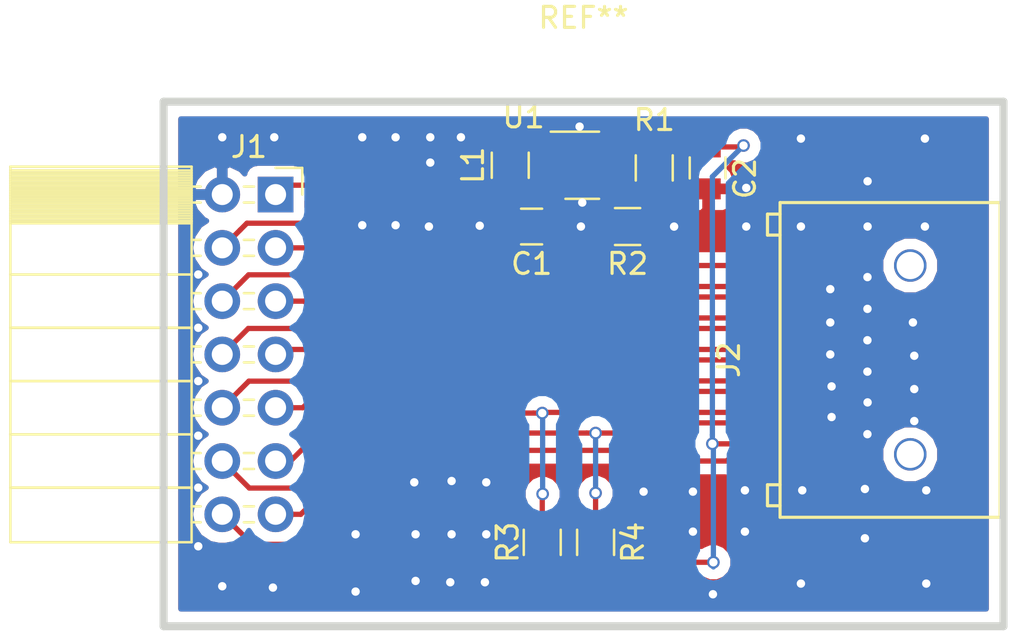
<source format=kicad_pcb>
(kicad_pcb (version 20171130) (host pcbnew "(5.0.0)")

  (general
    (thickness 1.6)
    (drawings 0)
    (tracks 774)
    (zones 0)
    (modules 11)
    (nets 19)
  )

  (page A4)
  (layers
    (0 F.Cu signal)
    (31 B.Cu signal)
    (32 B.Adhes user)
    (33 F.Adhes user)
    (34 B.Paste user)
    (35 F.Paste user)
    (36 B.SilkS user)
    (37 F.SilkS user)
    (38 B.Mask user)
    (39 F.Mask user)
    (40 Dwgs.User user)
    (41 Cmts.User user)
    (42 Eco1.User user)
    (43 Eco2.User user)
    (44 Edge.Cuts user)
    (45 Margin user)
    (46 B.CrtYd user)
    (47 F.CrtYd user)
    (48 B.Fab user)
    (49 F.Fab user hide)
  )

  (setup
    (last_trace_width 0.25)
    (trace_clearance 0.2)
    (zone_clearance 0.508)
    (zone_45_only no)
    (trace_min 0.2)
    (segment_width 0.2)
    (edge_width 0.15)
    (via_size 0.6)
    (via_drill 0.4)
    (via_min_size 0.4)
    (via_min_drill 0.3)
    (uvia_size 0.3)
    (uvia_drill 0.1)
    (uvias_allowed no)
    (uvia_min_size 0.2)
    (uvia_min_drill 0.1)
    (pcb_text_width 0.3)
    (pcb_text_size 1.5 1.5)
    (mod_edge_width 0.15)
    (mod_text_size 1 1)
    (mod_text_width 0.15)
    (pad_size 1.524 1.524)
    (pad_drill 0.762)
    (pad_to_mask_clearance 0.2)
    (aux_axis_origin 0 0)
    (visible_elements 7FFEFF7F)
    (pcbplotparams
      (layerselection 0x00030_80000001)
      (usegerberextensions false)
      (usegerberattributes false)
      (usegerberadvancedattributes false)
      (creategerberjobfile false)
      (excludeedgelayer true)
      (linewidth 0.100000)
      (plotframeref false)
      (viasonmask false)
      (mode 1)
      (useauxorigin false)
      (hpglpennumber 1)
      (hpglpenspeed 20)
      (hpglpendiameter 15.000000)
      (psnegative false)
      (psa4output false)
      (plotreference true)
      (plotvalue true)
      (plotinvisibletext false)
      (padsonsilk false)
      (subtractmaskfromsilk false)
      (outputformat 1)
      (mirror false)
      (drillshape 1)
      (scaleselection 1)
      (outputdirectory ""))
  )

  (net 0 "")
  (net 1 +3V3)
  (net 2 GND)
  (net 3 +5V)
  (net 4 "Net-(L1-Pad2)")
  (net 5 "Net-(R1-Pad2)")
  (net 6 "Net-(J2-Pad14)")
  (net 7 /D2-)
  (net 8 /D2+)
  (net 9 /D1-)
  (net 10 /D1+)
  (net 11 /D0-)
  (net 12 /D0+)
  (net 13 /CK-)
  (net 14 /CK+)
  (net 15 /CEC)
  (net 16 /SCL)
  (net 17 /SDA)
  (net 18 /HPD)

  (net_class Default "Dies ist die voreingestellte Netzklasse."
    (clearance 0.2)
    (trace_width 0.25)
    (via_dia 0.6)
    (via_drill 0.4)
    (uvia_dia 0.3)
    (uvia_drill 0.1)
    (add_net +3V3)
    (add_net +5V)
    (add_net /CEC)
    (add_net /CK+)
    (add_net /CK-)
    (add_net /D0+)
    (add_net /D0-)
    (add_net /D1+)
    (add_net /D1-)
    (add_net /D2+)
    (add_net /D2-)
    (add_net /HPD)
    (add_net /SCL)
    (add_net /SDA)
    (add_net GND)
    (add_net "Net-(J2-Pad14)")
    (add_net "Net-(L1-Pad2)")
    (add_net "Net-(R1-Pad2)")
  )

  (module Capacitors_SMD:C_0805 (layer F.Cu) (tedit 58AA8463) (tstamp 5B00A7B0)
    (at 120.142 97.282 180)
    (descr "Capacitor SMD 0805, reflow soldering, AVX (see smccp.pdf)")
    (tags "capacitor 0805")
    (path /5AFE0817)
    (attr smd)
    (fp_text reference C1 (at 0 -1.778 180) (layer F.SilkS)
      (effects (font (size 1 1) (thickness 0.15)))
    )
    (fp_text value 4µ7 (at 0 1.75 180) (layer F.Fab)
      (effects (font (size 1 1) (thickness 0.15)))
    )
    (fp_text user %R (at 0 -1.778 180) (layer F.Fab)
      (effects (font (size 1 1) (thickness 0.15)))
    )
    (fp_line (start -1 0.62) (end -1 -0.62) (layer F.Fab) (width 0.1))
    (fp_line (start 1 0.62) (end -1 0.62) (layer F.Fab) (width 0.1))
    (fp_line (start 1 -0.62) (end 1 0.62) (layer F.Fab) (width 0.1))
    (fp_line (start -1 -0.62) (end 1 -0.62) (layer F.Fab) (width 0.1))
    (fp_line (start 0.5 -0.85) (end -0.5 -0.85) (layer F.SilkS) (width 0.12))
    (fp_line (start -0.5 0.85) (end 0.5 0.85) (layer F.SilkS) (width 0.12))
    (fp_line (start -1.75 -0.88) (end 1.75 -0.88) (layer F.CrtYd) (width 0.05))
    (fp_line (start -1.75 -0.88) (end -1.75 0.87) (layer F.CrtYd) (width 0.05))
    (fp_line (start 1.75 0.87) (end 1.75 -0.88) (layer F.CrtYd) (width 0.05))
    (fp_line (start 1.75 0.87) (end -1.75 0.87) (layer F.CrtYd) (width 0.05))
    (pad 1 smd rect (at -1 0 180) (size 1 1.25) (layers F.Cu F.Paste F.Mask)
      (net 1 +3V3))
    (pad 2 smd rect (at 1 0 180) (size 1 1.25) (layers F.Cu F.Paste F.Mask)
      (net 2 GND))
    (model Capacitors_SMD.3dshapes/C_0805.wrl
      (at (xyz 0 0 0))
      (scale (xyz 1 1 1))
      (rotate (xyz 0 0 0))
    )
  )

  (module Capacitors_SMD:C_0805 (layer F.Cu) (tedit 58AA8463) (tstamp 5B00A7B6)
    (at 128.524 94.488 270)
    (descr "Capacitor SMD 0805, reflow soldering, AVX (see smccp.pdf)")
    (tags "capacitor 0805")
    (path /5AFE0FBA)
    (attr smd)
    (fp_text reference C2 (at 0.508 -1.778 270) (layer F.SilkS)
      (effects (font (size 1 1) (thickness 0.15)))
    )
    (fp_text value 10µ (at 0 1.75 270) (layer F.Fab)
      (effects (font (size 1 1) (thickness 0.15)))
    )
    (fp_text user %R (at 0 -1.5 270) (layer F.Fab)
      (effects (font (size 1 1) (thickness 0.15)))
    )
    (fp_line (start -1 0.62) (end -1 -0.62) (layer F.Fab) (width 0.1))
    (fp_line (start 1 0.62) (end -1 0.62) (layer F.Fab) (width 0.1))
    (fp_line (start 1 -0.62) (end 1 0.62) (layer F.Fab) (width 0.1))
    (fp_line (start -1 -0.62) (end 1 -0.62) (layer F.Fab) (width 0.1))
    (fp_line (start 0.5 -0.85) (end -0.5 -0.85) (layer F.SilkS) (width 0.12))
    (fp_line (start -0.5 0.85) (end 0.5 0.85) (layer F.SilkS) (width 0.12))
    (fp_line (start -1.75 -0.88) (end 1.75 -0.88) (layer F.CrtYd) (width 0.05))
    (fp_line (start -1.75 -0.88) (end -1.75 0.87) (layer F.CrtYd) (width 0.05))
    (fp_line (start 1.75 0.87) (end 1.75 -0.88) (layer F.CrtYd) (width 0.05))
    (fp_line (start 1.75 0.87) (end -1.75 0.87) (layer F.CrtYd) (width 0.05))
    (pad 1 smd rect (at -1 0 270) (size 1 1.25) (layers F.Cu F.Paste F.Mask)
      (net 3 +5V))
    (pad 2 smd rect (at 1 0 270) (size 1 1.25) (layers F.Cu F.Paste F.Mask)
      (net 2 GND))
    (model Capacitors_SMD.3dshapes/C_0805.wrl
      (at (xyz 0 0 0))
      (scale (xyz 1 1 1))
      (rotate (xyz 0 0 0))
    )
  )

  (module Inductors_SMD:L_0805 (layer F.Cu) (tedit 58307B54) (tstamp 5B00A7E9)
    (at 119.126 94.361 90)
    (descr "Resistor SMD 0805, reflow soldering, Vishay (see dcrcw.pdf)")
    (tags "resistor 0805")
    (path /5AFE0861)
    (attr smd)
    (fp_text reference L1 (at 0 -1.778 90) (layer F.SilkS)
      (effects (font (size 1 1) (thickness 0.15)))
    )
    (fp_text value 4µ7 (at 0 2.1 90) (layer F.Fab)
      (effects (font (size 1 1) (thickness 0.15)))
    )
    (fp_text user %R (at 0 0 90) (layer F.Fab)
      (effects (font (size 0.5 0.5) (thickness 0.075)))
    )
    (fp_line (start -1 0.62) (end -1 -0.62) (layer F.Fab) (width 0.1))
    (fp_line (start 1 0.62) (end -1 0.62) (layer F.Fab) (width 0.1))
    (fp_line (start 1 -0.62) (end 1 0.62) (layer F.Fab) (width 0.1))
    (fp_line (start -1 -0.62) (end 1 -0.62) (layer F.Fab) (width 0.1))
    (fp_line (start -1.6 -1) (end 1.6 -1) (layer F.CrtYd) (width 0.05))
    (fp_line (start -1.6 1) (end 1.6 1) (layer F.CrtYd) (width 0.05))
    (fp_line (start -1.6 -1) (end -1.6 1) (layer F.CrtYd) (width 0.05))
    (fp_line (start 1.6 -1) (end 1.6 1) (layer F.CrtYd) (width 0.05))
    (fp_line (start 0.6 0.88) (end -0.6 0.88) (layer F.SilkS) (width 0.12))
    (fp_line (start -0.6 -0.88) (end 0.6 -0.88) (layer F.SilkS) (width 0.12))
    (pad 1 smd rect (at -0.95 0 90) (size 0.7 1.3) (layers F.Cu F.Paste F.Mask)
      (net 1 +3V3))
    (pad 2 smd rect (at 0.95 0 90) (size 0.7 1.3) (layers F.Cu F.Paste F.Mask)
      (net 4 "Net-(L1-Pad2)"))
    (model ${KISYS3DMOD}/Inductors_SMD.3dshapes/L_0805.wrl
      (at (xyz 0 0 0))
      (scale (xyz 1 1 1))
      (rotate (xyz 0 0 0))
    )
  )

  (module Resistors_SMD:R_0805 (layer F.Cu) (tedit 58E0A804) (tstamp 5B00A7EF)
    (at 125.984 94.488 270)
    (descr "Resistor SMD 0805, reflow soldering, Vishay (see dcrcw.pdf)")
    (tags "resistor 0805")
    (path /5AFE1066)
    (attr smd)
    (fp_text reference R1 (at -2.286 0) (layer F.SilkS)
      (effects (font (size 1 1) (thickness 0.15)))
    )
    (fp_text value 1M69 (at 0 1.75 270) (layer F.Fab)
      (effects (font (size 1 1) (thickness 0.15)))
    )
    (fp_text user %R (at 0 0 270) (layer F.Fab)
      (effects (font (size 0.5 0.5) (thickness 0.075)))
    )
    (fp_line (start -1 0.62) (end -1 -0.62) (layer F.Fab) (width 0.1))
    (fp_line (start 1 0.62) (end -1 0.62) (layer F.Fab) (width 0.1))
    (fp_line (start 1 -0.62) (end 1 0.62) (layer F.Fab) (width 0.1))
    (fp_line (start -1 -0.62) (end 1 -0.62) (layer F.Fab) (width 0.1))
    (fp_line (start 0.6 0.88) (end -0.6 0.88) (layer F.SilkS) (width 0.12))
    (fp_line (start -0.6 -0.88) (end 0.6 -0.88) (layer F.SilkS) (width 0.12))
    (fp_line (start -1.55 -0.9) (end 1.55 -0.9) (layer F.CrtYd) (width 0.05))
    (fp_line (start -1.55 -0.9) (end -1.55 0.9) (layer F.CrtYd) (width 0.05))
    (fp_line (start 1.55 0.9) (end 1.55 -0.9) (layer F.CrtYd) (width 0.05))
    (fp_line (start 1.55 0.9) (end -1.55 0.9) (layer F.CrtYd) (width 0.05))
    (pad 1 smd rect (at -0.95 0 270) (size 0.7 1.3) (layers F.Cu F.Paste F.Mask)
      (net 3 +5V))
    (pad 2 smd rect (at 0.95 0 270) (size 0.7 1.3) (layers F.Cu F.Paste F.Mask)
      (net 5 "Net-(R1-Pad2)"))
    (model ${KISYS3DMOD}/Resistors_SMD.3dshapes/R_0805.wrl
      (at (xyz 0 0 0))
      (scale (xyz 1 1 1))
      (rotate (xyz 0 0 0))
    )
  )

  (module Resistors_SMD:R_0805 (layer F.Cu) (tedit 58E0A804) (tstamp 5B00A7F5)
    (at 124.714 97.282)
    (descr "Resistor SMD 0805, reflow soldering, Vishay (see dcrcw.pdf)")
    (tags "resistor 0805")
    (path /5AFE10DB)
    (attr smd)
    (fp_text reference R2 (at 0 1.778) (layer F.SilkS)
      (effects (font (size 1 1) (thickness 0.15)))
    )
    (fp_text value 1M (at 0 1.75) (layer F.Fab)
      (effects (font (size 1 1) (thickness 0.15)))
    )
    (fp_text user %R (at 0 0) (layer F.Fab)
      (effects (font (size 0.5 0.5) (thickness 0.075)))
    )
    (fp_line (start -1 0.62) (end -1 -0.62) (layer F.Fab) (width 0.1))
    (fp_line (start 1 0.62) (end -1 0.62) (layer F.Fab) (width 0.1))
    (fp_line (start 1 -0.62) (end 1 0.62) (layer F.Fab) (width 0.1))
    (fp_line (start -1 -0.62) (end 1 -0.62) (layer F.Fab) (width 0.1))
    (fp_line (start 0.6 0.88) (end -0.6 0.88) (layer F.SilkS) (width 0.12))
    (fp_line (start -0.6 -0.88) (end 0.6 -0.88) (layer F.SilkS) (width 0.12))
    (fp_line (start -1.55 -0.9) (end 1.55 -0.9) (layer F.CrtYd) (width 0.05))
    (fp_line (start -1.55 -0.9) (end -1.55 0.9) (layer F.CrtYd) (width 0.05))
    (fp_line (start 1.55 0.9) (end 1.55 -0.9) (layer F.CrtYd) (width 0.05))
    (fp_line (start 1.55 0.9) (end -1.55 0.9) (layer F.CrtYd) (width 0.05))
    (pad 1 smd rect (at -0.95 0) (size 0.7 1.3) (layers F.Cu F.Paste F.Mask)
      (net 5 "Net-(R1-Pad2)"))
    (pad 2 smd rect (at 0.95 0) (size 0.7 1.3) (layers F.Cu F.Paste F.Mask)
      (net 2 GND))
    (model ${KISYS3DMOD}/Resistors_SMD.3dshapes/R_0805.wrl
      (at (xyz 0 0 0))
      (scale (xyz 1 1 1))
      (rotate (xyz 0 0 0))
    )
  )

  (module Housings_SSOP:TSOP-6_1.65x3.05mm_Pitch0.95mm (layer F.Cu) (tedit 59EF70E5) (tstamp 5B00A7FF)
    (at 122.555 94.361)
    (descr "TSOP-6 package (comparable to TSOT-23), https://www.vishay.com/docs/71200/71200.pdf")
    (tags "Jedec MO-193C TSOP-6L")
    (path /5AFE06F7)
    (attr smd)
    (fp_text reference U1 (at -2.794 -2.286) (layer F.SilkS)
      (effects (font (size 1 1) (thickness 0.15)))
    )
    (fp_text value MCP16251 (at 0 2.5) (layer F.Fab)
      (effects (font (size 1 1) (thickness 0.15)))
    )
    (fp_text user %R (at 0 0 90) (layer F.Fab)
      (effects (font (size 0.5 0.5) (thickness 0.075)))
    )
    (fp_line (start -0.8 1.6) (end 0.8 1.6) (layer F.SilkS) (width 0.12))
    (fp_line (start 0.8 -1.6) (end -1.5 -1.6) (layer F.SilkS) (width 0.12))
    (fp_line (start -0.825 -1.1) (end -0.425 -1.525) (layer F.Fab) (width 0.1))
    (fp_line (start 0.825 -1.525) (end -0.425 -1.525) (layer F.Fab) (width 0.1))
    (fp_line (start -0.825 -1.1) (end -0.825 1.525) (layer F.Fab) (width 0.1))
    (fp_line (start 0.825 1.525) (end -0.825 1.525) (layer F.Fab) (width 0.1))
    (fp_line (start 0.825 -1.525) (end 0.825 1.525) (layer F.Fab) (width 0.1))
    (fp_line (start -1.76 -1.78) (end 1.76 -1.78) (layer F.CrtYd) (width 0.05))
    (fp_line (start -1.76 -1.78) (end -1.76 1.77) (layer F.CrtYd) (width 0.05))
    (fp_line (start 1.76 1.77) (end 1.76 -1.78) (layer F.CrtYd) (width 0.05))
    (fp_line (start 1.76 1.77) (end -1.76 1.77) (layer F.CrtYd) (width 0.05))
    (pad 1 smd rect (at -1.16 -0.95) (size 0.7 0.51) (layers F.Cu F.Paste F.Mask)
      (net 4 "Net-(L1-Pad2)"))
    (pad 2 smd rect (at -1.16 0) (size 0.7 0.51) (layers F.Cu F.Paste F.Mask)
      (net 2 GND))
    (pad 3 smd rect (at -1.16 0.95) (size 0.7 0.51) (layers F.Cu F.Paste F.Mask)
      (net 1 +3V3))
    (pad 4 smd rect (at 1.16 0.95) (size 0.7 0.51) (layers F.Cu F.Paste F.Mask)
      (net 5 "Net-(R1-Pad2)"))
    (pad 5 smd rect (at 1.16 0) (size 0.7 0.51) (layers F.Cu F.Paste F.Mask)
      (net 3 +5V))
    (pad 6 smd rect (at 1.16 -0.95) (size 0.7 0.51) (layers F.Cu F.Paste F.Mask)
      (net 1 +3V3))
    (model ${KISYS3DMOD}/Housings_SSOP.3dshapes/TSOP-6_1.65x3.05mm_Pitch0.95mm.wrl
      (at (xyz 0 0 0))
      (scale (xyz 1 1 1))
      (rotate (xyz 0 0 0))
    )
  )

  (module HDMI_A:HDMI_A_SMD (layer F.Cu) (tedit 5B4E65F6) (tstamp 5B4E705B)
    (at 142.526 103.64 90)
    (path /5AFCABA3)
    (fp_text reference J2 (at 0.008 -12.986 90) (layer F.SilkS)
      (effects (font (size 1 1) (thickness 0.15)))
    )
    (fp_text value HDMI_A (at 0 -2.54 90) (layer F.Fab)
      (effects (font (size 1 1) (thickness 0.15)))
    )
    (fp_text user "PCB Edge" (at 0 -0.55 90) (layer F.Fab)
      (effects (font (size 0.5 0.5) (thickness 0.125)))
    )
    (fp_line (start 5.95 -11.15) (end 5.95 -10.55) (layer F.SilkS) (width 0.15))
    (fp_line (start -6.95 -11.15) (end -6.95 -10.55) (layer F.SilkS) (width 0.15))
    (fp_line (start -7.5 1.01) (end 7.5 1.01) (layer F.Fab) (width 0.15))
    (fp_line (start 7.5 -0.075) (end 7.5 1.01) (layer F.Fab) (width 0.15))
    (fp_line (start -7.5 -0.075) (end 7.5 -0.075) (layer F.SilkS) (width 0.15))
    (fp_line (start -7.5 -10.55) (end 7.5 -10.55) (layer F.SilkS) (width 0.15))
    (fp_line (start 5.95 -11.15) (end 6.95 -11.15) (layer F.SilkS) (width 0.15))
    (fp_line (start 7.5 -10.55) (end 7.5 -0.075) (layer F.SilkS) (width 0.15))
    (fp_line (start -6.95 -11.15) (end -5.95 -11.15) (layer F.SilkS) (width 0.15))
    (fp_line (start -5.95 -11.15) (end -5.95 -10.55) (layer F.SilkS) (width 0.15))
    (fp_line (start 6.95 -11.15) (end 6.95 -10.55) (layer F.SilkS) (width 0.15))
    (fp_line (start -7.5 -0.075) (end -7.5 1.01) (layer F.Fab) (width 0.15))
    (fp_line (start -7.5 -10.55) (end -7.5 -0.075) (layer F.SilkS) (width 0.15))
    (pad SH smd rect (at -8.5 -3.59 90) (size 2.5 2.5) (layers F.Cu F.Paste F.Mask)
      (net 2 GND))
    (pad SH smd rect (at 8.5 -3.59 90) (size 2.5 2.5) (layers F.Cu F.Paste F.Mask)
      (net 2 GND))
    (pad SH smd rect (at -8.5 -9.55 90) (size 2.5 3.2) (layers F.Cu F.Paste F.Mask)
      (net 2 GND))
    (pad SH smd rect (at 8.5 -9.55 90) (size 2.5 3.2) (layers F.Cu F.Paste F.Mask)
      (net 2 GND))
    (pad 19 smd rect (at -4.5 -10.31 90) (size 0.28 2.6) (layers F.Cu F.Paste F.Mask)
      (net 18 /HPD))
    (pad 18 smd rect (at -4 -10.31 90) (size 0.28 2.6) (layers F.Cu F.Paste F.Mask)
      (net 3 +5V))
    (pad 17 smd rect (at -3.5 -10.31 90) (size 0.28 2.6) (layers F.Cu F.Paste F.Mask)
      (net 2 GND))
    (pad 16 smd rect (at -3 -10.31 90) (size 0.28 2.6) (layers F.Cu F.Paste F.Mask)
      (net 17 /SDA))
    (pad 15 smd rect (at -2.5 -10.31 90) (size 0.28 2.6) (layers F.Cu F.Paste F.Mask)
      (net 16 /SCL))
    (pad 14 smd rect (at -2 -10.31 90) (size 0.28 2.6) (layers F.Cu F.Paste F.Mask)
      (net 6 "Net-(J2-Pad14)"))
    (pad 13 smd rect (at -1.5 -10.31 90) (size 0.28 2.6) (layers F.Cu F.Paste F.Mask)
      (net 15 /CEC))
    (pad 12 smd rect (at -1 -10.31 90) (size 0.28 2.6) (layers F.Cu F.Paste F.Mask)
      (net 13 /CK-))
    (pad 11 smd rect (at -0.5 -10.31 90) (size 0.28 2.6) (layers F.Cu F.Paste F.Mask)
      (net 2 GND))
    (pad 10 smd rect (at 0 -10.31 90) (size 0.28 2.6) (layers F.Cu F.Paste F.Mask)
      (net 14 /CK+))
    (pad 9 smd rect (at 0.5 -10.31 90) (size 0.28 2.6) (layers F.Cu F.Paste F.Mask)
      (net 11 /D0-))
    (pad 8 smd rect (at 1 -10.31 90) (size 0.28 2.6) (layers F.Cu F.Paste F.Mask)
      (net 2 GND))
    (pad 7 smd rect (at 1.5 -10.31 90) (size 0.28 2.6) (layers F.Cu F.Paste F.Mask)
      (net 12 /D0+))
    (pad 6 smd rect (at 2 -10.31 90) (size 0.28 2.6) (layers F.Cu F.Paste F.Mask)
      (net 9 /D1-))
    (pad 5 smd rect (at 2.5 -10.31 90) (size 0.28 2.6) (layers F.Cu F.Paste F.Mask)
      (net 2 GND))
    (pad 4 smd rect (at 3 -10.31 90) (size 0.28 2.6) (layers F.Cu F.Paste F.Mask)
      (net 10 /D1+))
    (pad 3 smd rect (at 3.5 -10.31 90) (size 0.28 2.6) (layers F.Cu F.Paste F.Mask)
      (net 7 /D2-))
    (pad 2 smd rect (at 4 -10.31 90) (size 0.28 2.6) (layers F.Cu F.Paste F.Mask)
      (net 2 GND))
    (pad 1 smd rect (at 4.5 -10.31 90) (size 0.28 2.6) (layers F.Cu F.Paste F.Mask)
      (net 8 /D2+))
    (pad "" np_thru_hole circle (at -4.5 -4.35 90) (size 1.55 1.55) (drill 1.3) (layers *.Cu *.Mask))
    (pad "" np_thru_hole circle (at 4.5 -4.35 90) (size 1.55 1.55) (drill 1.3) (layers *.Cu *.Mask))
  )

  (module EuroBoard_Outline:EuroBoard_sechzehntel_Type-I_40mmX25mm (layer F.Cu) (tedit 0) (tstamp 5B4E70BE)
    (at 102.616 116.332)
    (descr "Outline, Eurocard 1/16, Type I,  40x25mm,")
    (tags "Outline, Eurocard 1/16, Type I, 40x25mm,")
    (fp_text reference REF** (at 19.99996 -28.99918) (layer F.SilkS)
      (effects (font (size 1 1) (thickness 0.15)))
    )
    (fp_text value EuroBoard_sechzehntel_Type-I_40mmX25mm (at 19.99996 5.00126) (layer F.Fab)
      (effects (font (size 1 1) (thickness 0.15)))
    )
    (fp_line (start 39.99992 0) (end 39.99992 -25.00122) (layer Edge.Cuts) (width 0.381))
    (fp_line (start 39.99992 -25.00122) (end 0 -25.00122) (layer Edge.Cuts) (width 0.381))
    (fp_line (start 0 -25.00122) (end 0 0) (layer Edge.Cuts) (width 0.381))
    (fp_line (start 0 0) (end 39.99992 0) (layer Edge.Cuts) (width 0.381))
  )

  (module Socket_Strips:Socket_Strip_Angled_2x07_Pitch2.54mm (layer F.Cu) (tedit 58CD5449) (tstamp 5B4FB00A)
    (at 107.95 95.758)
    (descr "Through hole angled socket strip, 2x07, 2.54mm pitch, 8.51mm socket length, double rows")
    (tags "Through hole angled socket strip THT 2x07 2.54mm double row")
    (path /5AFCACA4)
    (fp_text reference J1 (at -1.27 -2.27) (layer F.SilkS)
      (effects (font (size 1 1) (thickness 0.15)))
    )
    (fp_text value Conn_01x14 (at -5.65 17.51) (layer F.Fab)
      (effects (font (size 1 1) (thickness 0.15)))
    )
    (fp_line (start -4.06 -1.27) (end -4.06 1.27) (layer F.Fab) (width 0.1))
    (fp_line (start -4.06 1.27) (end -12.57 1.27) (layer F.Fab) (width 0.1))
    (fp_line (start -12.57 1.27) (end -12.57 -1.27) (layer F.Fab) (width 0.1))
    (fp_line (start -12.57 -1.27) (end -4.06 -1.27) (layer F.Fab) (width 0.1))
    (fp_line (start 0 -0.32) (end 0 0.32) (layer F.Fab) (width 0.1))
    (fp_line (start 0 0.32) (end -4.06 0.32) (layer F.Fab) (width 0.1))
    (fp_line (start -4.06 0.32) (end -4.06 -0.32) (layer F.Fab) (width 0.1))
    (fp_line (start -4.06 -0.32) (end 0 -0.32) (layer F.Fab) (width 0.1))
    (fp_line (start -4.06 1.27) (end -4.06 3.81) (layer F.Fab) (width 0.1))
    (fp_line (start -4.06 3.81) (end -12.57 3.81) (layer F.Fab) (width 0.1))
    (fp_line (start -12.57 3.81) (end -12.57 1.27) (layer F.Fab) (width 0.1))
    (fp_line (start -12.57 1.27) (end -4.06 1.27) (layer F.Fab) (width 0.1))
    (fp_line (start 0 2.22) (end 0 2.86) (layer F.Fab) (width 0.1))
    (fp_line (start 0 2.86) (end -4.06 2.86) (layer F.Fab) (width 0.1))
    (fp_line (start -4.06 2.86) (end -4.06 2.22) (layer F.Fab) (width 0.1))
    (fp_line (start -4.06 2.22) (end 0 2.22) (layer F.Fab) (width 0.1))
    (fp_line (start -4.06 3.81) (end -4.06 6.35) (layer F.Fab) (width 0.1))
    (fp_line (start -4.06 6.35) (end -12.57 6.35) (layer F.Fab) (width 0.1))
    (fp_line (start -12.57 6.35) (end -12.57 3.81) (layer F.Fab) (width 0.1))
    (fp_line (start -12.57 3.81) (end -4.06 3.81) (layer F.Fab) (width 0.1))
    (fp_line (start 0 4.76) (end 0 5.4) (layer F.Fab) (width 0.1))
    (fp_line (start 0 5.4) (end -4.06 5.4) (layer F.Fab) (width 0.1))
    (fp_line (start -4.06 5.4) (end -4.06 4.76) (layer F.Fab) (width 0.1))
    (fp_line (start -4.06 4.76) (end 0 4.76) (layer F.Fab) (width 0.1))
    (fp_line (start -4.06 6.35) (end -4.06 8.89) (layer F.Fab) (width 0.1))
    (fp_line (start -4.06 8.89) (end -12.57 8.89) (layer F.Fab) (width 0.1))
    (fp_line (start -12.57 8.89) (end -12.57 6.35) (layer F.Fab) (width 0.1))
    (fp_line (start -12.57 6.35) (end -4.06 6.35) (layer F.Fab) (width 0.1))
    (fp_line (start 0 7.3) (end 0 7.94) (layer F.Fab) (width 0.1))
    (fp_line (start 0 7.94) (end -4.06 7.94) (layer F.Fab) (width 0.1))
    (fp_line (start -4.06 7.94) (end -4.06 7.3) (layer F.Fab) (width 0.1))
    (fp_line (start -4.06 7.3) (end 0 7.3) (layer F.Fab) (width 0.1))
    (fp_line (start -4.06 8.89) (end -4.06 11.43) (layer F.Fab) (width 0.1))
    (fp_line (start -4.06 11.43) (end -12.57 11.43) (layer F.Fab) (width 0.1))
    (fp_line (start -12.57 11.43) (end -12.57 8.89) (layer F.Fab) (width 0.1))
    (fp_line (start -12.57 8.89) (end -4.06 8.89) (layer F.Fab) (width 0.1))
    (fp_line (start 0 9.84) (end 0 10.48) (layer F.Fab) (width 0.1))
    (fp_line (start 0 10.48) (end -4.06 10.48) (layer F.Fab) (width 0.1))
    (fp_line (start -4.06 10.48) (end -4.06 9.84) (layer F.Fab) (width 0.1))
    (fp_line (start -4.06 9.84) (end 0 9.84) (layer F.Fab) (width 0.1))
    (fp_line (start -4.06 11.43) (end -4.06 13.97) (layer F.Fab) (width 0.1))
    (fp_line (start -4.06 13.97) (end -12.57 13.97) (layer F.Fab) (width 0.1))
    (fp_line (start -12.57 13.97) (end -12.57 11.43) (layer F.Fab) (width 0.1))
    (fp_line (start -12.57 11.43) (end -4.06 11.43) (layer F.Fab) (width 0.1))
    (fp_line (start 0 12.38) (end 0 13.02) (layer F.Fab) (width 0.1))
    (fp_line (start 0 13.02) (end -4.06 13.02) (layer F.Fab) (width 0.1))
    (fp_line (start -4.06 13.02) (end -4.06 12.38) (layer F.Fab) (width 0.1))
    (fp_line (start -4.06 12.38) (end 0 12.38) (layer F.Fab) (width 0.1))
    (fp_line (start -4.06 13.97) (end -4.06 16.51) (layer F.Fab) (width 0.1))
    (fp_line (start -4.06 16.51) (end -12.57 16.51) (layer F.Fab) (width 0.1))
    (fp_line (start -12.57 16.51) (end -12.57 13.97) (layer F.Fab) (width 0.1))
    (fp_line (start -12.57 13.97) (end -4.06 13.97) (layer F.Fab) (width 0.1))
    (fp_line (start 0 14.92) (end 0 15.56) (layer F.Fab) (width 0.1))
    (fp_line (start 0 15.56) (end -4.06 15.56) (layer F.Fab) (width 0.1))
    (fp_line (start -4.06 15.56) (end -4.06 14.92) (layer F.Fab) (width 0.1))
    (fp_line (start -4.06 14.92) (end 0 14.92) (layer F.Fab) (width 0.1))
    (fp_line (start -4 -1.33) (end -4 1.27) (layer F.SilkS) (width 0.12))
    (fp_line (start -4 1.27) (end -12.63 1.27) (layer F.SilkS) (width 0.12))
    (fp_line (start -12.63 1.27) (end -12.63 -1.33) (layer F.SilkS) (width 0.12))
    (fp_line (start -12.63 -1.33) (end -4 -1.33) (layer F.SilkS) (width 0.12))
    (fp_line (start -3.57 -0.38) (end -4 -0.38) (layer F.SilkS) (width 0.12))
    (fp_line (start -3.57 0.38) (end -4 0.38) (layer F.SilkS) (width 0.12))
    (fp_line (start -1.03 -0.38) (end -1.51 -0.38) (layer F.SilkS) (width 0.12))
    (fp_line (start -1.03 0.38) (end -1.51 0.38) (layer F.SilkS) (width 0.12))
    (fp_line (start -4 -1.15) (end -12.63 -1.15) (layer F.SilkS) (width 0.12))
    (fp_line (start -4 -1.03) (end -12.63 -1.03) (layer F.SilkS) (width 0.12))
    (fp_line (start -4 -0.91) (end -12.63 -0.91) (layer F.SilkS) (width 0.12))
    (fp_line (start -4 -0.79) (end -12.63 -0.79) (layer F.SilkS) (width 0.12))
    (fp_line (start -4 -0.67) (end -12.63 -0.67) (layer F.SilkS) (width 0.12))
    (fp_line (start -4 -0.55) (end -12.63 -0.55) (layer F.SilkS) (width 0.12))
    (fp_line (start -4 -0.43) (end -12.63 -0.43) (layer F.SilkS) (width 0.12))
    (fp_line (start -4 -0.31) (end -12.63 -0.31) (layer F.SilkS) (width 0.12))
    (fp_line (start -4 -0.19) (end -12.63 -0.19) (layer F.SilkS) (width 0.12))
    (fp_line (start -4 -0.07) (end -12.63 -0.07) (layer F.SilkS) (width 0.12))
    (fp_line (start -4 0.05) (end -12.63 0.05) (layer F.SilkS) (width 0.12))
    (fp_line (start -4 0.17) (end -12.63 0.17) (layer F.SilkS) (width 0.12))
    (fp_line (start -4 0.29) (end -12.63 0.29) (layer F.SilkS) (width 0.12))
    (fp_line (start -4 0.41) (end -12.63 0.41) (layer F.SilkS) (width 0.12))
    (fp_line (start -4 0.53) (end -12.63 0.53) (layer F.SilkS) (width 0.12))
    (fp_line (start -4 0.65) (end -12.63 0.65) (layer F.SilkS) (width 0.12))
    (fp_line (start -4 0.77) (end -12.63 0.77) (layer F.SilkS) (width 0.12))
    (fp_line (start -4 0.89) (end -12.63 0.89) (layer F.SilkS) (width 0.12))
    (fp_line (start -4 1.01) (end -12.63 1.01) (layer F.SilkS) (width 0.12))
    (fp_line (start -4 1.13) (end -12.63 1.13) (layer F.SilkS) (width 0.12))
    (fp_line (start -4 1.25) (end -12.63 1.25) (layer F.SilkS) (width 0.12))
    (fp_line (start -4 1.37) (end -12.63 1.37) (layer F.SilkS) (width 0.12))
    (fp_line (start -4 1.27) (end -4 3.81) (layer F.SilkS) (width 0.12))
    (fp_line (start -4 3.81) (end -12.63 3.81) (layer F.SilkS) (width 0.12))
    (fp_line (start -12.63 3.81) (end -12.63 1.27) (layer F.SilkS) (width 0.12))
    (fp_line (start -12.63 1.27) (end -4 1.27) (layer F.SilkS) (width 0.12))
    (fp_line (start -3.57 2.16) (end -4 2.16) (layer F.SilkS) (width 0.12))
    (fp_line (start -3.57 2.92) (end -4 2.92) (layer F.SilkS) (width 0.12))
    (fp_line (start -1.03 2.16) (end -1.51 2.16) (layer F.SilkS) (width 0.12))
    (fp_line (start -1.03 2.92) (end -1.51 2.92) (layer F.SilkS) (width 0.12))
    (fp_line (start -4 3.81) (end -4 6.35) (layer F.SilkS) (width 0.12))
    (fp_line (start -4 6.35) (end -12.63 6.35) (layer F.SilkS) (width 0.12))
    (fp_line (start -12.63 6.35) (end -12.63 3.81) (layer F.SilkS) (width 0.12))
    (fp_line (start -12.63 3.81) (end -4 3.81) (layer F.SilkS) (width 0.12))
    (fp_line (start -3.57 4.7) (end -4 4.7) (layer F.SilkS) (width 0.12))
    (fp_line (start -3.57 5.46) (end -4 5.46) (layer F.SilkS) (width 0.12))
    (fp_line (start -1.03 4.7) (end -1.51 4.7) (layer F.SilkS) (width 0.12))
    (fp_line (start -1.03 5.46) (end -1.51 5.46) (layer F.SilkS) (width 0.12))
    (fp_line (start -4 6.35) (end -4 8.89) (layer F.SilkS) (width 0.12))
    (fp_line (start -4 8.89) (end -12.63 8.89) (layer F.SilkS) (width 0.12))
    (fp_line (start -12.63 8.89) (end -12.63 6.35) (layer F.SilkS) (width 0.12))
    (fp_line (start -12.63 6.35) (end -4 6.35) (layer F.SilkS) (width 0.12))
    (fp_line (start -3.57 7.24) (end -4 7.24) (layer F.SilkS) (width 0.12))
    (fp_line (start -3.57 8) (end -4 8) (layer F.SilkS) (width 0.12))
    (fp_line (start -1.03 7.24) (end -1.51 7.24) (layer F.SilkS) (width 0.12))
    (fp_line (start -1.03 8) (end -1.51 8) (layer F.SilkS) (width 0.12))
    (fp_line (start -4 8.89) (end -4 11.43) (layer F.SilkS) (width 0.12))
    (fp_line (start -4 11.43) (end -12.63 11.43) (layer F.SilkS) (width 0.12))
    (fp_line (start -12.63 11.43) (end -12.63 8.89) (layer F.SilkS) (width 0.12))
    (fp_line (start -12.63 8.89) (end -4 8.89) (layer F.SilkS) (width 0.12))
    (fp_line (start -3.57 9.78) (end -4 9.78) (layer F.SilkS) (width 0.12))
    (fp_line (start -3.57 10.54) (end -4 10.54) (layer F.SilkS) (width 0.12))
    (fp_line (start -1.03 9.78) (end -1.51 9.78) (layer F.SilkS) (width 0.12))
    (fp_line (start -1.03 10.54) (end -1.51 10.54) (layer F.SilkS) (width 0.12))
    (fp_line (start -4 11.43) (end -4 13.97) (layer F.SilkS) (width 0.12))
    (fp_line (start -4 13.97) (end -12.63 13.97) (layer F.SilkS) (width 0.12))
    (fp_line (start -12.63 13.97) (end -12.63 11.43) (layer F.SilkS) (width 0.12))
    (fp_line (start -12.63 11.43) (end -4 11.43) (layer F.SilkS) (width 0.12))
    (fp_line (start -3.57 12.32) (end -4 12.32) (layer F.SilkS) (width 0.12))
    (fp_line (start -3.57 13.08) (end -4 13.08) (layer F.SilkS) (width 0.12))
    (fp_line (start -1.03 12.32) (end -1.51 12.32) (layer F.SilkS) (width 0.12))
    (fp_line (start -1.03 13.08) (end -1.51 13.08) (layer F.SilkS) (width 0.12))
    (fp_line (start -4 13.97) (end -4 16.57) (layer F.SilkS) (width 0.12))
    (fp_line (start -4 16.57) (end -12.63 16.57) (layer F.SilkS) (width 0.12))
    (fp_line (start -12.63 16.57) (end -12.63 13.97) (layer F.SilkS) (width 0.12))
    (fp_line (start -12.63 13.97) (end -4 13.97) (layer F.SilkS) (width 0.12))
    (fp_line (start -3.57 14.86) (end -4 14.86) (layer F.SilkS) (width 0.12))
    (fp_line (start -3.57 15.62) (end -4 15.62) (layer F.SilkS) (width 0.12))
    (fp_line (start -1.03 14.86) (end -1.51 14.86) (layer F.SilkS) (width 0.12))
    (fp_line (start -1.03 15.62) (end -1.51 15.62) (layer F.SilkS) (width 0.12))
    (fp_line (start 0 -1.27) (end 1.27 -1.27) (layer F.SilkS) (width 0.12))
    (fp_line (start 1.27 -1.27) (end 1.27 0) (layer F.SilkS) (width 0.12))
    (fp_line (start 1.8 -1.8) (end 1.8 17.05) (layer F.CrtYd) (width 0.05))
    (fp_line (start 1.8 17.05) (end -13.1 17.05) (layer F.CrtYd) (width 0.05))
    (fp_line (start -13.1 17.05) (end -13.1 -1.8) (layer F.CrtYd) (width 0.05))
    (fp_line (start -13.1 -1.8) (end 1.8 -1.8) (layer F.CrtYd) (width 0.05))
    (fp_text user %R (at -5.65 -2.27) (layer F.Fab)
      (effects (font (size 1 1) (thickness 0.15)))
    )
    (pad 1 thru_hole rect (at 0 0) (size 1.7 1.7) (drill 1) (layers *.Cu *.Mask)
      (net 1 +3V3))
    (pad 2 thru_hole oval (at -2.54 0) (size 1.7 1.7) (drill 1) (layers *.Cu *.Mask)
      (net 2 GND))
    (pad 3 thru_hole oval (at 0 2.54) (size 1.7 1.7) (drill 1) (layers *.Cu *.Mask)
      (net 7 /D2-))
    (pad 4 thru_hole oval (at -2.54 2.54) (size 1.7 1.7) (drill 1) (layers *.Cu *.Mask)
      (net 8 /D2+))
    (pad 5 thru_hole oval (at 0 5.08) (size 1.7 1.7) (drill 1) (layers *.Cu *.Mask)
      (net 9 /D1-))
    (pad 6 thru_hole oval (at -2.54 5.08) (size 1.7 1.7) (drill 1) (layers *.Cu *.Mask)
      (net 10 /D1+))
    (pad 7 thru_hole oval (at 0 7.62) (size 1.7 1.7) (drill 1) (layers *.Cu *.Mask)
      (net 11 /D0-))
    (pad 8 thru_hole oval (at -2.54 7.62) (size 1.7 1.7) (drill 1) (layers *.Cu *.Mask)
      (net 12 /D0+))
    (pad 9 thru_hole oval (at 0 10.16) (size 1.7 1.7) (drill 1) (layers *.Cu *.Mask)
      (net 13 /CK-))
    (pad 10 thru_hole oval (at -2.54 10.16) (size 1.7 1.7) (drill 1) (layers *.Cu *.Mask)
      (net 14 /CK+))
    (pad 11 thru_hole oval (at 0 12.7) (size 1.7 1.7) (drill 1) (layers *.Cu *.Mask)
      (net 15 /CEC))
    (pad 12 thru_hole oval (at -2.54 12.7) (size 1.7 1.7) (drill 1) (layers *.Cu *.Mask)
      (net 16 /SCL))
    (pad 13 thru_hole oval (at 0 15.24) (size 1.7 1.7) (drill 1) (layers *.Cu *.Mask)
      (net 17 /SDA))
    (pad 14 thru_hole oval (at -2.54 15.24) (size 1.7 1.7) (drill 1) (layers *.Cu *.Mask)
      (net 18 /HPD))
    (model ${KISYS3DMOD}/Socket_Strips.3dshapes/Socket_Strip_Angled_2x07_Pitch2.54mm.wrl
      (offset (xyz -1.269999980926514 -7.619999885559082 0))
      (scale (xyz 1 1 1))
      (rotate (xyz 0 0 270))
    )
  )

  (module Resistors_SMD:R_0805 (layer F.Cu) (tedit 58E0A804) (tstamp 5B4FB0B8)
    (at 120.65 112.334 90)
    (descr "Resistor SMD 0805, reflow soldering, Vishay (see dcrcw.pdf)")
    (tags "resistor 0805")
    (path /5B4E86B3)
    (attr smd)
    (fp_text reference R3 (at 0 -1.65 90) (layer F.SilkS)
      (effects (font (size 1 1) (thickness 0.15)))
    )
    (fp_text value 2k (at 0 1.75 90) (layer F.Fab)
      (effects (font (size 1 1) (thickness 0.15)))
    )
    (fp_text user %R (at 0 0 90) (layer F.Fab)
      (effects (font (size 0.5 0.5) (thickness 0.075)))
    )
    (fp_line (start -1 0.62) (end -1 -0.62) (layer F.Fab) (width 0.1))
    (fp_line (start 1 0.62) (end -1 0.62) (layer F.Fab) (width 0.1))
    (fp_line (start 1 -0.62) (end 1 0.62) (layer F.Fab) (width 0.1))
    (fp_line (start -1 -0.62) (end 1 -0.62) (layer F.Fab) (width 0.1))
    (fp_line (start 0.6 0.88) (end -0.6 0.88) (layer F.SilkS) (width 0.12))
    (fp_line (start -0.6 -0.88) (end 0.6 -0.88) (layer F.SilkS) (width 0.12))
    (fp_line (start -1.55 -0.9) (end 1.55 -0.9) (layer F.CrtYd) (width 0.05))
    (fp_line (start -1.55 -0.9) (end -1.55 0.9) (layer F.CrtYd) (width 0.05))
    (fp_line (start 1.55 0.9) (end 1.55 -0.9) (layer F.CrtYd) (width 0.05))
    (fp_line (start 1.55 0.9) (end -1.55 0.9) (layer F.CrtYd) (width 0.05))
    (pad 1 smd rect (at -0.95 0 90) (size 0.7 1.3) (layers F.Cu F.Paste F.Mask)
      (net 3 +5V))
    (pad 2 smd rect (at 0.95 0 90) (size 0.7 1.3) (layers F.Cu F.Paste F.Mask)
      (net 16 /SCL))
    (model ${KISYS3DMOD}/Resistors_SMD.3dshapes/R_0805.wrl
      (at (xyz 0 0 0))
      (scale (xyz 1 1 1))
      (rotate (xyz 0 0 0))
    )
  )

  (module Resistors_SMD:R_0805 (layer F.Cu) (tedit 58E0A804) (tstamp 5B4FB0C9)
    (at 123.19 112.334 90)
    (descr "Resistor SMD 0805, reflow soldering, Vishay (see dcrcw.pdf)")
    (tags "resistor 0805")
    (path /5B4E8A75)
    (attr smd)
    (fp_text reference R4 (at 0 1.778 90) (layer F.SilkS)
      (effects (font (size 1 1) (thickness 0.15)))
    )
    (fp_text value 2k (at 0 1.75 90) (layer F.Fab)
      (effects (font (size 1 1) (thickness 0.15)))
    )
    (fp_text user %R (at 0 0 90) (layer F.Fab)
      (effects (font (size 0.5 0.5) (thickness 0.075)))
    )
    (fp_line (start -1 0.62) (end -1 -0.62) (layer F.Fab) (width 0.1))
    (fp_line (start 1 0.62) (end -1 0.62) (layer F.Fab) (width 0.1))
    (fp_line (start 1 -0.62) (end 1 0.62) (layer F.Fab) (width 0.1))
    (fp_line (start -1 -0.62) (end 1 -0.62) (layer F.Fab) (width 0.1))
    (fp_line (start 0.6 0.88) (end -0.6 0.88) (layer F.SilkS) (width 0.12))
    (fp_line (start -0.6 -0.88) (end 0.6 -0.88) (layer F.SilkS) (width 0.12))
    (fp_line (start -1.55 -0.9) (end 1.55 -0.9) (layer F.CrtYd) (width 0.05))
    (fp_line (start -1.55 -0.9) (end -1.55 0.9) (layer F.CrtYd) (width 0.05))
    (fp_line (start 1.55 0.9) (end 1.55 -0.9) (layer F.CrtYd) (width 0.05))
    (fp_line (start 1.55 0.9) (end -1.55 0.9) (layer F.CrtYd) (width 0.05))
    (pad 1 smd rect (at -0.95 0 90) (size 0.7 1.3) (layers F.Cu F.Paste F.Mask)
      (net 3 +5V))
    (pad 2 smd rect (at 0.95 0 90) (size 0.7 1.3) (layers F.Cu F.Paste F.Mask)
      (net 17 /SDA))
    (model ${KISYS3DMOD}/Resistors_SMD.3dshapes/R_0805.wrl
      (at (xyz 0 0 0))
      (scale (xyz 1 1 1))
      (rotate (xyz 0 0 0))
    )
  )

  (segment (start 122.428 93.98) (end 122.428 94.878) (width 0.25) (layer F.Cu) (net 1))
  (segment (start 122.428 94.878) (end 121.995 95.311) (width 0.25) (layer F.Cu) (net 1))
  (segment (start 121.995 95.311) (end 121.395 95.311) (width 0.25) (layer F.Cu) (net 1) (status 20))
  (segment (start 122.997 93.411) (end 122.428 93.98) (width 0.25) (layer F.Cu) (net 1))
  (segment (start 123.715 93.411) (end 122.997 93.411) (width 0.25) (layer F.Cu) (net 1) (status 10))
  (segment (start 123.715 93.411) (end 123.474998 93.411) (width 0.25) (layer F.Cu) (net 1) (status 30))
  (segment (start 121.574998 95.311) (end 121.395 95.311) (width 0.25) (layer F.Cu) (net 1) (status 30))
  (segment (start 119.126 95.311) (end 108.397 95.311) (width 0.25) (layer F.Cu) (net 1) (status 30))
  (segment (start 108.397 95.311) (end 107.95 95.758) (width 0.25) (layer F.Cu) (net 1) (status 30))
  (segment (start 121.395 95.311) (end 121.395 97.029) (width 0.25) (layer F.Cu) (net 1) (status 30))
  (segment (start 121.395 97.029) (end 121.142 97.282) (width 0.25) (layer F.Cu) (net 1) (status 30))
  (segment (start 121.395 95.311) (end 119.126 95.311) (width 0.25) (layer F.Cu) (net 1) (status 30))
  (segment (start 126.928728 97.284863) (end 130.362637 97.284863) (width 0.25) (layer F.Cu) (net 2))
  (via (at 130.3655 97.282) (size 0.6) (drill 0.4) (layers F.Cu B.Cu) (net 2))
  (segment (start 130.362637 97.284863) (end 130.3655 97.282) (width 0.25) (layer F.Cu) (net 2))
  (segment (start 115.316 94.234) (end 115.316 93.0275) (width 0.25) (layer B.Cu) (net 2))
  (via (at 115.316 93.0275) (size 0.6) (drill 0.4) (layers F.Cu B.Cu) (net 2))
  (segment (start 117.672679 97.243201) (end 115.291299 97.243201) (width 0.25) (layer F.Cu) (net 2))
  (segment (start 115.291299 97.243201) (end 115.2525 97.282) (width 0.25) (layer F.Cu) (net 2))
  (via (at 115.2525 97.282) (size 0.6) (drill 0.4) (layers F.Cu B.Cu) (net 2))
  (segment (start 116.332 111.9505) (end 114.6175 111.9505) (width 0.25) (layer B.Cu) (net 2))
  (via (at 114.6175 111.9505) (size 0.6) (drill 0.4) (layers F.Cu B.Cu) (net 2))
  (segment (start 117.983 111.9505) (end 116.332 111.9505) (width 0.25) (layer F.Cu) (net 2))
  (via (at 116.332 111.9505) (size 0.6) (drill 0.4) (layers F.Cu B.Cu) (net 2))
  (segment (start 130.81 114.808) (end 128.778 114.808) (width 0.25) (layer B.Cu) (net 2))
  (segment (start 120.8405 114.808) (end 117.983 111.9505) (width 0.25) (layer B.Cu) (net 2))
  (via (at 117.983 111.9505) (size 0.6) (drill 0.4) (layers F.Cu B.Cu) (net 2))
  (segment (start 133.477 112.141) (end 130.81 114.808) (width 0.25) (layer B.Cu) (net 2))
  (segment (start 136.017 112.141) (end 133.477 112.141) (width 0.25) (layer B.Cu) (net 2))
  (segment (start 132.976 95.14) (end 136.127 95.14) (width 0.25) (layer F.Cu) (net 2))
  (segment (start 136.127 95.14) (end 136.144 95.123) (width 0.25) (layer F.Cu) (net 2))
  (via (at 136.144 95.123) (size 0.6) (drill 0.4) (layers F.Cu B.Cu) (net 2))
  (segment (start 132.976 112.14) (end 136.016 112.14) (width 0.25) (layer F.Cu) (net 2))
  (segment (start 136.016 112.14) (end 136.017 112.141) (width 0.25) (layer F.Cu) (net 2))
  (via (at 136.017 112.141) (size 0.6) (drill 0.4) (layers F.Cu B.Cu) (net 2))
  (segment (start 117.711478 97.282) (end 117.672679 97.243201) (width 0.25) (layer F.Cu) (net 2))
  (segment (start 119.142 97.282) (end 117.711478 97.282) (width 0.25) (layer F.Cu) (net 2))
  (via (at 117.672679 97.243201) (size 0.6) (drill 0.4) (layers F.Cu B.Cu) (net 2))
  (segment (start 126.925865 97.282) (end 126.928728 97.284863) (width 0.25) (layer F.Cu) (net 2))
  (segment (start 125.664 97.282) (end 126.925865 97.282) (width 0.25) (layer F.Cu) (net 2))
  (via (at 126.928728 97.284863) (size 0.6) (drill 0.4) (layers F.Cu B.Cu) (net 2))
  (segment (start 132.216 107.14) (end 136.097183 107.14) (width 0.25) (layer F.Cu) (net 2))
  (segment (start 136.097183 107.14) (end 136.135752 107.178569) (width 0.25) (layer F.Cu) (net 2))
  (segment (start 132.216 104.14) (end 136.077819 104.14) (width 0.25) (layer F.Cu) (net 2))
  (segment (start 136.077819 104.14) (end 136.135752 104.197933) (width 0.25) (layer F.Cu) (net 2))
  (segment (start 132.216 102.64) (end 136.073677 102.64) (width 0.25) (layer F.Cu) (net 2))
  (segment (start 136.073677 102.64) (end 136.135752 102.702075) (width 0.25) (layer F.Cu) (net 2))
  (segment (start 132.216 101.14) (end 136.071867 101.14) (width 0.25) (layer F.Cu) (net 2))
  (segment (start 136.071867 101.14) (end 136.138085 101.206218) (width 0.25) (layer F.Cu) (net 2))
  (segment (start 132.216 99.64) (end 136.085993 99.64) (width 0.25) (layer F.Cu) (net 2))
  (segment (start 136.085993 99.64) (end 136.137692 99.691699) (width 0.25) (layer F.Cu) (net 2))
  (segment (start 121.395 94.361) (end 115.443 94.361) (width 0.25) (layer F.Cu) (net 2) (status 10))
  (segment (start 115.443 94.361) (end 115.316 94.234) (width 0.25) (layer F.Cu) (net 2))
  (segment (start 136.125391 99.704) (end 136.137692 99.691699) (width 0.25) (layer F.Cu) (net 2))
  (via (at 136.137692 99.691699) (size 0.6) (drill 0.4) (layers F.Cu B.Cu) (net 2))
  (segment (start 136.135867 101.204) (end 136.138085 101.206218) (width 0.25) (layer F.Cu) (net 2))
  (via (at 136.138085 101.206218) (size 0.6) (drill 0.4) (layers F.Cu B.Cu) (net 2))
  (segment (start 136.133827 102.704) (end 136.135752 102.702075) (width 0.25) (layer F.Cu) (net 2))
  (via (at 136.135752 102.702075) (size 0.6) (drill 0.4) (layers F.Cu B.Cu) (net 2))
  (segment (start 136.129685 104.204) (end 136.135752 104.197933) (width 0.25) (layer F.Cu) (net 2))
  (via (at 136.135752 104.197933) (size 0.6) (drill 0.4) (layers F.Cu B.Cu) (net 2))
  (segment (start 136.110321 107.204) (end 136.135752 107.178569) (width 0.25) (layer F.Cu) (net 2))
  (via (at 136.135752 107.178569) (size 0.6) (drill 0.4) (layers F.Cu B.Cu) (net 2))
  (via (at 133.0325 109.855) (size 0.6) (drill 0.4) (layers F.Cu B.Cu) (net 2))
  (via (at 138.938 109.855) (size 0.6) (drill 0.4) (layers F.Cu B.Cu) (net 2))
  (via (at 138.938 114.3) (size 0.6) (drill 0.4) (layers F.Cu B.Cu) (net 2))
  (via (at 132.969 114.3) (size 0.6) (drill 0.4) (layers F.Cu B.Cu) (net 2))
  (via (at 132.969 93.091) (size 0.6) (drill 0.4) (layers F.Cu B.Cu) (net 2))
  (via (at 138.8745 93.091) (size 0.6) (drill 0.4) (layers F.Cu B.Cu) (net 2))
  (via (at 132.969 97.282) (size 0.6) (drill 0.4) (layers F.Cu B.Cu) (net 2))
  (via (at 138.8745 97.282) (size 0.6) (drill 0.4) (layers F.Cu B.Cu) (net 2))
  (via (at 104.267 99.568) (size 0.6) (drill 0.4) (layers F.Cu B.Cu) (net 2))
  (via (at 104.267 102.108) (size 0.6) (drill 0.4) (layers F.Cu B.Cu) (net 2))
  (via (at 104.267 104.648) (size 0.6) (drill 0.4) (layers F.Cu B.Cu) (net 2))
  (via (at 104.267 107.2515) (size 0.6) (drill 0.4) (layers F.Cu B.Cu) (net 2))
  (via (at 104.267 109.728) (size 0.6) (drill 0.4) (layers F.Cu B.Cu) (net 2))
  (via (at 104.267 112.522) (size 0.6) (drill 0.4) (layers F.Cu B.Cu) (net 2))
  (via (at 105.41 114.427) (size 0.6) (drill 0.4) (layers F.Cu B.Cu) (net 2))
  (via (at 107.823 114.4905) (size 0.6) (drill 0.4) (layers F.Cu B.Cu) (net 2))
  (via (at 114.554 109.474) (size 0.6) (drill 0.4) (layers F.Cu B.Cu) (net 2))
  (via (at 116.332 109.4105) (size 0.6) (drill 0.4) (layers F.Cu B.Cu) (net 2))
  (via (at 117.983 109.474) (size 0.6) (drill 0.4) (layers F.Cu B.Cu) (net 2))
  (via (at 112.0775 97.2185) (size 0.6) (drill 0.4) (layers F.Cu B.Cu) (net 2))
  (via (at 113.665 97.2185) (size 0.6) (drill 0.4) (layers F.Cu B.Cu) (net 2))
  (via (at 138.303 101.854) (size 0.6) (drill 0.4) (layers F.Cu B.Cu) (net 2))
  (via (at 138.3665 103.4415) (size 0.6) (drill 0.4) (layers F.Cu B.Cu) (net 2))
  (via (at 134.4295 104.902) (size 0.6) (drill 0.4) (layers F.Cu B.Cu) (net 2))
  (via (at 134.4295 106.3625) (size 0.6) (drill 0.4) (layers F.Cu B.Cu) (net 2))
  (via (at 134.366 103.378) (size 0.6) (drill 0.4) (layers F.Cu B.Cu) (net 2))
  (via (at 134.366 101.854) (size 0.6) (drill 0.4) (layers F.Cu B.Cu) (net 2))
  (via (at 134.366 100.2665) (size 0.6) (drill 0.4) (layers F.Cu B.Cu) (net 2))
  (via (at 136.017 109.7915) (size 0.6) (drill 0.4) (layers F.Cu B.Cu) (net 2))
  (via (at 136.144 97.282) (size 0.6) (drill 0.4) (layers F.Cu B.Cu) (net 2))
  (via (at 136.144 105.664) (size 0.6) (drill 0.4) (layers F.Cu B.Cu) (net 2))
  (via (at 138.3665 105.029) (size 0.6) (drill 0.4) (layers F.Cu B.Cu) (net 2))
  (via (at 138.3665 106.553) (size 0.6) (drill 0.4) (layers F.Cu B.Cu) (net 2))
  (via (at 125.476 109.9185) (size 0.6) (drill 0.4) (layers F.Cu B.Cu) (net 2))
  (via (at 127.8255 109.9185) (size 0.6) (drill 0.4) (layers F.Cu B.Cu) (net 2))
  (via (at 130.302 109.855) (size 0.6) (drill 0.4) (layers F.Cu B.Cu) (net 2))
  (via (at 130.302 111.8235) (size 0.6) (drill 0.4) (layers F.Cu B.Cu) (net 2))
  (via (at 127.8255 111.8235) (size 0.6) (drill 0.4) (layers F.Cu B.Cu) (net 2))
  (via (at 117.9195 114.2365) (size 0.6) (drill 0.4) (layers F.Cu B.Cu) (net 2))
  (via (at 116.2685 114.2365) (size 0.6) (drill 0.4) (layers F.Cu B.Cu) (net 2))
  (via (at 114.6175 114.173) (size 0.6) (drill 0.4) (layers F.Cu B.Cu) (net 2))
  (via (at 111.76 111.9505) (size 0.6) (drill 0.4) (layers F.Cu B.Cu) (net 2))
  (via (at 111.76 114.681) (size 0.6) (drill 0.4) (layers F.Cu B.Cu) (net 2))
  (via (at 122.4915 97.282) (size 0.6) (drill 0.4) (layers F.Cu B.Cu) (net 2))
  (segment (start 128.778 114.808) (end 120.8405 114.808) (width 0.25) (layer B.Cu) (net 2) (tstamp 5BDEF296))
  (via (at 128.778 114.808) (size 0.6) (drill 0.4) (layers F.Cu B.Cu) (net 2))
  (via (at 130.3655 95.4405) (size 0.6) (drill 0.4) (layers F.Cu B.Cu) (net 2))
  (via (at 115.316 94.234) (size 0.6) (drill 0.4) (layers F.Cu B.Cu) (net 2))
  (via (at 113.665 93.0275) (size 0.6) (drill 0.4) (layers F.Cu B.Cu) (net 2))
  (via (at 112.0775 93.0275) (size 0.6) (drill 0.4) (layers F.Cu B.Cu) (net 2))
  (via (at 116.7765 93.0275) (size 0.6) (drill 0.4) (layers F.Cu B.Cu) (net 2))
  (via (at 107.8865 93.0275) (size 0.6) (drill 0.4) (layers F.Cu B.Cu) (net 2))
  (via (at 105.41 93.0275) (size 0.6) (drill 0.4) (layers F.Cu B.Cu) (net 2))
  (via (at 122.428 92.5195) (size 0.6) (drill 0.4) (layers F.Cu B.Cu) (net 2))
  (via (at 122.555 96.139) (size 0.6) (drill 0.4) (layers F.Cu B.Cu) (net 2))
  (segment (start 128.800049 113.284) (end 128.800049 113.505629) (width 0.25) (layer B.Cu) (net 3))
  (segment (start 123.19 113.284) (end 128.800049 113.284) (width 0.25) (layer F.Cu) (net 3))
  (via (at 128.800049 113.284) (size 0.6) (drill 0.4) (layers F.Cu B.Cu) (net 3))
  (segment (start 120.65 113.284) (end 121.55 113.284) (width 0.25) (layer F.Cu) (net 3))
  (segment (start 121.55 113.284) (end 123.19 113.284) (width 0.25) (layer F.Cu) (net 3))
  (segment (start 130.168768 93.488) (end 130.235354 93.421414) (width 0.25) (layer F.Cu) (net 3))
  (segment (start 128.524 93.488) (end 130.168768 93.488) (width 0.25) (layer F.Cu) (net 3) (status 10))
  (via (at 130.235354 93.421414) (size 0.6) (drill 0.4) (layers F.Cu B.Cu) (net 3))
  (segment (start 125.984 93.538) (end 128.474 93.538) (width 0.25) (layer F.Cu) (net 3) (status 30))
  (segment (start 128.474 93.538) (end 128.524 93.488) (width 0.25) (layer F.Cu) (net 3) (status 30))
  (segment (start 124.714 93.962) (end 124.714 93.908) (width 0.25) (layer F.Cu) (net 3))
  (segment (start 124.714 93.908) (end 125.084 93.538) (width 0.25) (layer F.Cu) (net 3))
  (segment (start 125.084 93.538) (end 125.984 93.538) (width 0.25) (layer F.Cu) (net 3) (status 20))
  (segment (start 123.715 94.361) (end 124.315 94.361) (width 0.25) (layer F.Cu) (net 3) (status 10))
  (segment (start 124.315 94.361) (end 124.714 93.962) (width 0.25) (layer F.Cu) (net 3))
  (via (at 128.752835 107.635296) (size 0.6) (drill 0.4) (layers F.Cu B.Cu) (net 3))
  (segment (start 130.235354 93.421414) (end 128.752835 94.903933) (width 0.25) (layer B.Cu) (net 3))
  (segment (start 132.216 107.64) (end 128.757539 107.64) (width 0.25) (layer F.Cu) (net 3))
  (segment (start 128.800049 107.68251) (end 128.752835 107.635296) (width 0.25) (layer B.Cu) (net 3))
  (segment (start 128.800049 113.284) (end 128.800049 107.68251) (width 0.25) (layer B.Cu) (net 3))
  (segment (start 128.752835 107.211032) (end 128.752835 107.635296) (width 0.25) (layer B.Cu) (net 3))
  (segment (start 128.757539 107.64) (end 128.752835 107.635296) (width 0.25) (layer F.Cu) (net 3))
  (segment (start 128.752835 94.903933) (end 128.752835 107.211032) (width 0.25) (layer B.Cu) (net 3))
  (segment (start 121.395 93.411) (end 119.126 93.411) (width 0.25) (layer F.Cu) (net 4) (status 30))
  (segment (start 123.764 97.282) (end 123.764 95.36) (width 0.25) (layer F.Cu) (net 5) (status 30))
  (segment (start 123.764 95.36) (end 123.715 95.311) (width 0.25) (layer F.Cu) (net 5) (status 30))
  (segment (start 123.715 95.311) (end 125.857 95.311) (width 0.25) (layer F.Cu) (net 5) (status 30))
  (segment (start 125.857 95.311) (end 125.984 95.438) (width 0.25) (layer F.Cu) (net 5) (status 30))
  (segment (start 119.854773 99.984942) (end 119.87503 99.927051) (width 0.25) (layer F.Cu) (net 7))
  (segment (start 115.109022 99.747262) (end 115.141653 99.695329) (width 0.25) (layer F.Cu) (net 7))
  (segment (start 107.95 98.298) (end 109.421372 98.298) (width 0.25) (layer F.Cu) (net 7))
  (segment (start 117.155796 100.14) (end 117.208 100.14) (width 0.25) (layer F.Cu) (net 7))
  (segment (start 118.054773 99.747262) (end 118.07503 99.805153) (width 0.25) (layer F.Cu) (net 7))
  (segment (start 115.185023 99.651959) (end 115.236956 99.619328) (width 0.25) (layer F.Cu) (net 7))
  (segment (start 114.808 100.14) (end 114.868948 100.133133) (width 0.25) (layer F.Cu) (net 7))
  (segment (start 120.636956 100.112876) (end 120.694847 100.133133) (width 0.25) (layer F.Cu) (net 7))
  (segment (start 115.955796 100.14) (end 116.008 100.14) (width 0.25) (layer F.Cu) (net 7))
  (segment (start 120.541653 100.036875) (end 120.585023 100.080245) (width 0.25) (layer F.Cu) (net 7))
  (segment (start 109.421372 98.298) (end 111.263372 100.14) (width 0.25) (layer F.Cu) (net 7))
  (segment (start 117.978772 99.651959) (end 118.022142 99.695329) (width 0.25) (layer F.Cu) (net 7))
  (segment (start 116.87503 99.805153) (end 116.888765 99.927051) (width 0.25) (layer F.Cu) (net 7))
  (segment (start 115.141653 99.695329) (end 115.185023 99.651959) (width 0.25) (layer F.Cu) (net 7))
  (segment (start 117.868948 99.599071) (end 117.926839 99.619328) (width 0.25) (layer F.Cu) (net 7))
  (segment (start 111.263372 100.14) (end 114.808 100.14) (width 0.25) (layer F.Cu) (net 7))
  (segment (start 118.622142 100.036875) (end 118.654773 99.984942) (width 0.25) (layer F.Cu) (net 7))
  (segment (start 114.868948 100.133133) (end 114.926839 100.112876) (width 0.25) (layer F.Cu) (net 7))
  (segment (start 115.236956 99.619328) (end 115.294847 99.599071) (width 0.25) (layer F.Cu) (net 7))
  (segment (start 116.222142 100.036875) (end 116.254773 99.984942) (width 0.25) (layer F.Cu) (net 7))
  (segment (start 116.27503 99.927051) (end 116.288765 99.805153) (width 0.25) (layer F.Cu) (net 7))
  (segment (start 120.378772 99.651959) (end 120.422142 99.695329) (width 0.25) (layer F.Cu) (net 7))
  (segment (start 114.926839 100.112876) (end 114.978772 100.080245) (width 0.25) (layer F.Cu) (net 7))
  (segment (start 120.488765 99.927051) (end 120.509022 99.984942) (width 0.25) (layer F.Cu) (net 7))
  (segment (start 116.341653 99.695329) (end 116.385023 99.651959) (width 0.25) (layer F.Cu) (net 7))
  (segment (start 120.454773 99.747262) (end 120.47503 99.805153) (width 0.25) (layer F.Cu) (net 7))
  (segment (start 116.178772 100.080245) (end 116.222142 100.036875) (width 0.25) (layer F.Cu) (net 7))
  (segment (start 117.454773 99.984942) (end 117.47503 99.927051) (width 0.25) (layer F.Cu) (net 7))
  (segment (start 114.978772 100.080245) (end 115.022142 100.036875) (width 0.25) (layer F.Cu) (net 7))
  (segment (start 115.294847 99.599071) (end 115.355796 99.592203) (width 0.25) (layer F.Cu) (net 7))
  (segment (start 115.022142 100.036875) (end 115.054773 99.984942) (width 0.25) (layer F.Cu) (net 7))
  (segment (start 115.054773 99.984942) (end 115.07503 99.927051) (width 0.25) (layer F.Cu) (net 7))
  (segment (start 115.355796 99.592203) (end 115.408 99.592203) (width 0.25) (layer F.Cu) (net 7))
  (segment (start 115.07503 99.927051) (end 115.088765 99.805153) (width 0.25) (layer F.Cu) (net 7))
  (segment (start 120.036956 99.619328) (end 120.094847 99.599071) (width 0.25) (layer F.Cu) (net 7))
  (segment (start 115.088765 99.805153) (end 115.109022 99.747262) (width 0.25) (layer F.Cu) (net 7))
  (segment (start 116.941653 100.036875) (end 116.985023 100.080245) (width 0.25) (layer F.Cu) (net 7))
  (segment (start 118.526839 100.112876) (end 118.578772 100.080245) (width 0.25) (layer F.Cu) (net 7))
  (segment (start 115.408 99.592203) (end 115.468948 99.599071) (width 0.25) (layer F.Cu) (net 7))
  (segment (start 115.894847 100.133133) (end 115.955796 100.14) (width 0.25) (layer F.Cu) (net 7))
  (segment (start 115.468948 99.599071) (end 115.526839 99.619328) (width 0.25) (layer F.Cu) (net 7))
  (segment (start 115.526839 99.619328) (end 115.578772 99.651959) (width 0.25) (layer F.Cu) (net 7))
  (segment (start 116.436956 99.619328) (end 116.494847 99.599071) (width 0.25) (layer F.Cu) (net 7))
  (segment (start 117.755796 99.592203) (end 117.808 99.592203) (width 0.25) (layer F.Cu) (net 7))
  (segment (start 120.268948 99.599071) (end 120.326839 99.619328) (width 0.25) (layer F.Cu) (net 7))
  (segment (start 118.236956 100.112876) (end 118.294847 100.133133) (width 0.25) (layer F.Cu) (net 7))
  (segment (start 115.578772 99.651959) (end 115.622142 99.695329) (width 0.25) (layer F.Cu) (net 7))
  (segment (start 117.094847 100.133133) (end 117.155796 100.14) (width 0.25) (layer F.Cu) (net 7))
  (segment (start 115.622142 99.695329) (end 115.654773 99.747262) (width 0.25) (layer F.Cu) (net 7))
  (segment (start 120.422142 99.695329) (end 120.454773 99.747262) (width 0.25) (layer F.Cu) (net 7))
  (segment (start 119.494847 100.133133) (end 119.555796 100.14) (width 0.25) (layer F.Cu) (net 7))
  (segment (start 115.654773 99.747262) (end 115.67503 99.805153) (width 0.25) (layer F.Cu) (net 7))
  (segment (start 116.309022 99.747262) (end 116.341653 99.695329) (width 0.25) (layer F.Cu) (net 7))
  (segment (start 116.068948 100.133133) (end 116.126839 100.112876) (width 0.25) (layer F.Cu) (net 7))
  (segment (start 117.422142 100.036875) (end 117.454773 99.984942) (width 0.25) (layer F.Cu) (net 7))
  (segment (start 119.341653 100.036875) (end 119.385023 100.080245) (width 0.25) (layer F.Cu) (net 7))
  (segment (start 115.67503 99.805153) (end 115.688765 99.927051) (width 0.25) (layer F.Cu) (net 7))
  (segment (start 115.785023 100.080245) (end 115.836956 100.112876) (width 0.25) (layer F.Cu) (net 7))
  (segment (start 115.688765 99.927051) (end 115.709022 99.984942) (width 0.25) (layer F.Cu) (net 7))
  (segment (start 117.326839 100.112876) (end 117.378772 100.080245) (width 0.25) (layer F.Cu) (net 7))
  (segment (start 118.67503 99.927051) (end 118.688765 99.805153) (width 0.25) (layer F.Cu) (net 7))
  (segment (start 116.254773 99.984942) (end 116.27503 99.927051) (width 0.25) (layer F.Cu) (net 7))
  (segment (start 115.709022 99.984942) (end 115.741653 100.036875) (width 0.25) (layer F.Cu) (net 7))
  (segment (start 116.494847 99.599071) (end 116.555796 99.592203) (width 0.25) (layer F.Cu) (net 7))
  (segment (start 116.778772 99.651959) (end 116.822142 99.695329) (width 0.25) (layer F.Cu) (net 7))
  (segment (start 119.309022 99.984942) (end 119.341653 100.036875) (width 0.25) (layer F.Cu) (net 7))
  (segment (start 118.955796 99.592203) (end 119.008 99.592203) (width 0.25) (layer F.Cu) (net 7))
  (segment (start 117.926839 99.619328) (end 117.978772 99.651959) (width 0.25) (layer F.Cu) (net 7))
  (segment (start 117.488765 99.805153) (end 117.509022 99.747262) (width 0.25) (layer F.Cu) (net 7))
  (segment (start 115.741653 100.036875) (end 115.785023 100.080245) (width 0.25) (layer F.Cu) (net 7))
  (segment (start 115.836956 100.112876) (end 115.894847 100.133133) (width 0.25) (layer F.Cu) (net 7))
  (segment (start 116.008 100.14) (end 116.068948 100.133133) (width 0.25) (layer F.Cu) (net 7))
  (segment (start 117.268948 100.133133) (end 117.326839 100.112876) (width 0.25) (layer F.Cu) (net 7))
  (segment (start 116.126839 100.112876) (end 116.178772 100.080245) (width 0.25) (layer F.Cu) (net 7))
  (segment (start 118.894847 99.599071) (end 118.955796 99.592203) (width 0.25) (layer F.Cu) (net 7))
  (segment (start 116.854773 99.747262) (end 116.87503 99.805153) (width 0.25) (layer F.Cu) (net 7))
  (segment (start 116.288765 99.805153) (end 116.309022 99.747262) (width 0.25) (layer F.Cu) (net 7))
  (segment (start 117.208 100.14) (end 117.268948 100.133133) (width 0.25) (layer F.Cu) (net 7))
  (segment (start 116.385023 99.651959) (end 116.436956 99.619328) (width 0.25) (layer F.Cu) (net 7))
  (segment (start 119.068948 99.599071) (end 119.126839 99.619328) (width 0.25) (layer F.Cu) (net 7))
  (segment (start 120.694847 100.133133) (end 120.755796 100.14) (width 0.25) (layer F.Cu) (net 7))
  (segment (start 116.555796 99.592203) (end 116.608 99.592203) (width 0.25) (layer F.Cu) (net 7))
  (segment (start 116.608 99.592203) (end 116.668948 99.599071) (width 0.25) (layer F.Cu) (net 7))
  (segment (start 116.668948 99.599071) (end 116.726839 99.619328) (width 0.25) (layer F.Cu) (net 7))
  (segment (start 116.726839 99.619328) (end 116.778772 99.651959) (width 0.25) (layer F.Cu) (net 7))
  (segment (start 116.822142 99.695329) (end 116.854773 99.747262) (width 0.25) (layer F.Cu) (net 7))
  (segment (start 116.888765 99.927051) (end 116.909022 99.984942) (width 0.25) (layer F.Cu) (net 7))
  (segment (start 116.909022 99.984942) (end 116.941653 100.036875) (width 0.25) (layer F.Cu) (net 7))
  (segment (start 116.985023 100.080245) (end 117.036956 100.112876) (width 0.25) (layer F.Cu) (net 7))
  (segment (start 117.036956 100.112876) (end 117.094847 100.133133) (width 0.25) (layer F.Cu) (net 7))
  (segment (start 118.688765 99.805153) (end 118.709022 99.747262) (width 0.25) (layer F.Cu) (net 7))
  (segment (start 117.378772 100.080245) (end 117.422142 100.036875) (width 0.25) (layer F.Cu) (net 7))
  (segment (start 117.47503 99.927051) (end 117.488765 99.805153) (width 0.25) (layer F.Cu) (net 7))
  (segment (start 118.468948 100.133133) (end 118.526839 100.112876) (width 0.25) (layer F.Cu) (net 7))
  (segment (start 118.088765 99.927051) (end 118.109022 99.984942) (width 0.25) (layer F.Cu) (net 7))
  (segment (start 117.509022 99.747262) (end 117.541653 99.695329) (width 0.25) (layer F.Cu) (net 7))
  (segment (start 117.541653 99.695329) (end 117.585023 99.651959) (width 0.25) (layer F.Cu) (net 7))
  (segment (start 117.585023 99.651959) (end 117.636956 99.619328) (width 0.25) (layer F.Cu) (net 7))
  (segment (start 117.636956 99.619328) (end 117.694847 99.599071) (width 0.25) (layer F.Cu) (net 7))
  (segment (start 120.155796 99.592203) (end 120.208 99.592203) (width 0.25) (layer F.Cu) (net 7))
  (segment (start 117.694847 99.599071) (end 117.755796 99.592203) (width 0.25) (layer F.Cu) (net 7))
  (segment (start 117.808 99.592203) (end 117.868948 99.599071) (width 0.25) (layer F.Cu) (net 7))
  (segment (start 118.022142 99.695329) (end 118.054773 99.747262) (width 0.25) (layer F.Cu) (net 7))
  (segment (start 118.07503 99.805153) (end 118.088765 99.927051) (width 0.25) (layer F.Cu) (net 7))
  (segment (start 118.109022 99.984942) (end 118.141653 100.036875) (width 0.25) (layer F.Cu) (net 7))
  (segment (start 118.141653 100.036875) (end 118.185023 100.080245) (width 0.25) (layer F.Cu) (net 7))
  (segment (start 119.888765 99.805153) (end 119.909022 99.747262) (width 0.25) (layer F.Cu) (net 7))
  (segment (start 118.185023 100.080245) (end 118.236956 100.112876) (width 0.25) (layer F.Cu) (net 7))
  (segment (start 119.985023 99.651959) (end 120.036956 99.619328) (width 0.25) (layer F.Cu) (net 7))
  (segment (start 118.294847 100.133133) (end 118.355796 100.14) (width 0.25) (layer F.Cu) (net 7))
  (segment (start 120.094847 99.599071) (end 120.155796 99.592203) (width 0.25) (layer F.Cu) (net 7))
  (segment (start 120.208 99.592203) (end 120.268948 99.599071) (width 0.25) (layer F.Cu) (net 7))
  (segment (start 119.27503 99.805153) (end 119.288765 99.927051) (width 0.25) (layer F.Cu) (net 7))
  (segment (start 118.355796 100.14) (end 118.408 100.14) (width 0.25) (layer F.Cu) (net 7))
  (segment (start 118.408 100.14) (end 118.468948 100.133133) (width 0.25) (layer F.Cu) (net 7))
  (segment (start 118.578772 100.080245) (end 118.622142 100.036875) (width 0.25) (layer F.Cu) (net 7))
  (segment (start 120.755796 100.14) (end 124.044684 100.14) (width 0.25) (layer F.Cu) (net 7))
  (segment (start 118.654773 99.984942) (end 118.67503 99.927051) (width 0.25) (layer F.Cu) (net 7))
  (segment (start 118.709022 99.747262) (end 118.741653 99.695329) (width 0.25) (layer F.Cu) (net 7))
  (segment (start 119.436956 100.112876) (end 119.494847 100.133133) (width 0.25) (layer F.Cu) (net 7))
  (segment (start 119.941653 99.695329) (end 119.985023 99.651959) (width 0.25) (layer F.Cu) (net 7))
  (segment (start 118.741653 99.695329) (end 118.785023 99.651959) (width 0.25) (layer F.Cu) (net 7))
  (segment (start 118.785023 99.651959) (end 118.836956 99.619328) (width 0.25) (layer F.Cu) (net 7))
  (segment (start 119.778772 100.080245) (end 119.822142 100.036875) (width 0.25) (layer F.Cu) (net 7))
  (segment (start 118.836956 99.619328) (end 118.894847 99.599071) (width 0.25) (layer F.Cu) (net 7))
  (segment (start 119.008 99.592203) (end 119.068948 99.599071) (width 0.25) (layer F.Cu) (net 7))
  (segment (start 119.126839 99.619328) (end 119.178772 99.651959) (width 0.25) (layer F.Cu) (net 7))
  (segment (start 119.178772 99.651959) (end 119.222142 99.695329) (width 0.25) (layer F.Cu) (net 7))
  (segment (start 119.222142 99.695329) (end 119.254773 99.747262) (width 0.25) (layer F.Cu) (net 7))
  (segment (start 119.254773 99.747262) (end 119.27503 99.805153) (width 0.25) (layer F.Cu) (net 7))
  (segment (start 119.288765 99.927051) (end 119.309022 99.984942) (width 0.25) (layer F.Cu) (net 7))
  (segment (start 119.385023 100.080245) (end 119.436956 100.112876) (width 0.25) (layer F.Cu) (net 7))
  (segment (start 119.555796 100.14) (end 119.608 100.14) (width 0.25) (layer F.Cu) (net 7))
  (segment (start 119.608 100.14) (end 119.668948 100.133133) (width 0.25) (layer F.Cu) (net 7))
  (segment (start 120.326839 99.619328) (end 120.378772 99.651959) (width 0.25) (layer F.Cu) (net 7))
  (segment (start 119.668948 100.133133) (end 119.726839 100.112876) (width 0.25) (layer F.Cu) (net 7))
  (segment (start 119.726839 100.112876) (end 119.778772 100.080245) (width 0.25) (layer F.Cu) (net 7))
  (segment (start 119.822142 100.036875) (end 119.854773 99.984942) (width 0.25) (layer F.Cu) (net 7))
  (segment (start 119.87503 99.927051) (end 119.888765 99.805153) (width 0.25) (layer F.Cu) (net 7))
  (segment (start 119.909022 99.747262) (end 119.941653 99.695329) (width 0.25) (layer F.Cu) (net 7))
  (segment (start 120.47503 99.805153) (end 120.488765 99.927051) (width 0.25) (layer F.Cu) (net 7))
  (segment (start 120.509022 99.984942) (end 120.541653 100.036875) (width 0.25) (layer F.Cu) (net 7))
  (segment (start 120.585023 100.080245) (end 120.636956 100.112876) (width 0.25) (layer F.Cu) (net 7))
  (segment (start 124.044684 100.14) (end 132.216 100.14) (width 0.25) (layer F.Cu) (net 7))
  (segment (start 132.216 99.14) (end 111.536911 99.14) (width 0.25) (layer F.Cu) (net 8))
  (segment (start 109.51991 97.122999) (end 106.585001 97.122999) (width 0.25) (layer F.Cu) (net 8))
  (segment (start 111.536911 99.14) (end 109.51991 97.122999) (width 0.25) (layer F.Cu) (net 8))
  (segment (start 106.585001 97.122999) (end 106.259999 97.448001) (width 0.25) (layer F.Cu) (net 8))
  (segment (start 106.259999 97.448001) (end 105.41 98.298) (width 0.25) (layer F.Cu) (net 8))
  (segment (start 115.655766 101.245682) (end 115.676105 101.303807) (width 0.25) (layer F.Cu) (net 9))
  (segment (start 107.95 100.838) (end 109.316329 100.838) (width 0.25) (layer F.Cu) (net 9))
  (segment (start 116.889894 101.426194) (end 116.910233 101.484319) (width 0.25) (layer F.Cu) (net 9))
  (segment (start 117.269193 101.633106) (end 117.327318 101.612767) (width 0.25) (layer F.Cu) (net 9))
  (segment (start 119.855766 101.484319) (end 119.876105 101.426194) (width 0.25) (layer F.Cu) (net 9))
  (segment (start 115.238681 101.117234) (end 115.296806 101.096895) (width 0.25) (layer F.Cu) (net 9))
  (segment (start 109.316329 100.838) (end 110.118329 101.64) (width 0.25) (layer F.Cu) (net 9))
  (segment (start 116.779459 101.149997) (end 116.823003 101.193541) (width 0.25) (layer F.Cu) (net 9))
  (segment (start 116.276105 101.426194) (end 116.289894 101.303807) (width 0.25) (layer F.Cu) (net 9))
  (segment (start 116.608 101.09) (end 116.669193 101.096895) (width 0.25) (layer F.Cu) (net 9))
  (segment (start 110.118329 101.64) (end 114.808 101.64) (width 0.25) (layer F.Cu) (net 9))
  (segment (start 116.38654 101.149997) (end 116.438681 101.117234) (width 0.25) (layer F.Cu) (net 9))
  (segment (start 115.579459 101.149997) (end 115.623003 101.193541) (width 0.25) (layer F.Cu) (net 9))
  (segment (start 119.889894 101.303807) (end 119.910233 101.245682) (width 0.25) (layer F.Cu) (net 9))
  (segment (start 114.808 101.64) (end 114.869193 101.633106) (width 0.25) (layer F.Cu) (net 9))
  (segment (start 114.927318 101.612767) (end 114.979459 101.580004) (width 0.25) (layer F.Cu) (net 9))
  (segment (start 119.98654 101.149997) (end 120.038681 101.117234) (width 0.25) (layer F.Cu) (net 9))
  (segment (start 115.710233 101.484319) (end 115.742996 101.53646) (width 0.25) (layer F.Cu) (net 9))
  (segment (start 119.342996 101.53646) (end 119.38654 101.580004) (width 0.25) (layer F.Cu) (net 9))
  (segment (start 119.942996 101.193541) (end 119.98654 101.149997) (width 0.25) (layer F.Cu) (net 9))
  (segment (start 118.527318 101.612767) (end 118.579459 101.580004) (width 0.25) (layer F.Cu) (net 9))
  (segment (start 115.076105 101.426194) (end 115.089894 101.303807) (width 0.25) (layer F.Cu) (net 9))
  (segment (start 115.676105 101.303807) (end 115.689894 101.426194) (width 0.25) (layer F.Cu) (net 9))
  (segment (start 115.958 101.64) (end 116.008 101.64) (width 0.25) (layer F.Cu) (net 9))
  (segment (start 114.869193 101.633106) (end 114.927318 101.612767) (width 0.25) (layer F.Cu) (net 9))
  (segment (start 114.979459 101.580004) (end 115.023003 101.53646) (width 0.25) (layer F.Cu) (net 9))
  (segment (start 117.927318 101.117234) (end 117.979459 101.149997) (width 0.25) (layer F.Cu) (net 9))
  (segment (start 119.669193 101.633106) (end 119.727318 101.612767) (width 0.25) (layer F.Cu) (net 9))
  (segment (start 115.023003 101.53646) (end 115.055766 101.484319) (width 0.25) (layer F.Cu) (net 9))
  (segment (start 116.727318 101.117234) (end 116.779459 101.149997) (width 0.25) (layer F.Cu) (net 9))
  (segment (start 116.876105 101.303807) (end 116.889894 101.426194) (width 0.25) (layer F.Cu) (net 9))
  (segment (start 115.055766 101.484319) (end 115.076105 101.426194) (width 0.25) (layer F.Cu) (net 9))
  (segment (start 118.710233 101.245682) (end 118.742996 101.193541) (width 0.25) (layer F.Cu) (net 9))
  (segment (start 115.089894 101.303807) (end 115.110233 101.245682) (width 0.25) (layer F.Cu) (net 9))
  (segment (start 118.055766 101.245682) (end 118.076105 101.303807) (width 0.25) (layer F.Cu) (net 9))
  (segment (start 115.296806 101.096895) (end 115.358 101.09) (width 0.25) (layer F.Cu) (net 9))
  (segment (start 119.289894 101.426194) (end 119.310233 101.484319) (width 0.25) (layer F.Cu) (net 9))
  (segment (start 120.208 101.09) (end 120.269193 101.096895) (width 0.25) (layer F.Cu) (net 9))
  (segment (start 115.110233 101.245682) (end 115.142996 101.193541) (width 0.25) (layer F.Cu) (net 9))
  (segment (start 115.142996 101.193541) (end 115.18654 101.149997) (width 0.25) (layer F.Cu) (net 9))
  (segment (start 115.469193 101.096895) (end 115.527318 101.117234) (width 0.25) (layer F.Cu) (net 9))
  (segment (start 116.438681 101.117234) (end 116.496806 101.096895) (width 0.25) (layer F.Cu) (net 9))
  (segment (start 117.423003 101.53646) (end 117.455766 101.484319) (width 0.25) (layer F.Cu) (net 9))
  (segment (start 115.838681 101.612767) (end 115.896806 101.633106) (width 0.25) (layer F.Cu) (net 9))
  (segment (start 115.18654 101.149997) (end 115.238681 101.117234) (width 0.25) (layer F.Cu) (net 9))
  (segment (start 115.358 101.09) (end 115.408 101.09) (width 0.25) (layer F.Cu) (net 9))
  (segment (start 116.942996 101.53646) (end 116.98654 101.580004) (width 0.25) (layer F.Cu) (net 9))
  (segment (start 115.408 101.09) (end 115.469193 101.096895) (width 0.25) (layer F.Cu) (net 9))
  (segment (start 117.455766 101.484319) (end 117.476105 101.426194) (width 0.25) (layer F.Cu) (net 9))
  (segment (start 115.623003 101.193541) (end 115.655766 101.245682) (width 0.25) (layer F.Cu) (net 9))
  (segment (start 115.527318 101.117234) (end 115.579459 101.149997) (width 0.25) (layer F.Cu) (net 9))
  (segment (start 115.689894 101.426194) (end 115.710233 101.484319) (width 0.25) (layer F.Cu) (net 9))
  (segment (start 115.742996 101.53646) (end 115.78654 101.580004) (width 0.25) (layer F.Cu) (net 9))
  (segment (start 118.238681 101.612767) (end 118.296806 101.633106) (width 0.25) (layer F.Cu) (net 9))
  (segment (start 119.438681 101.612767) (end 119.496806 101.633106) (width 0.25) (layer F.Cu) (net 9))
  (segment (start 115.78654 101.580004) (end 115.838681 101.612767) (width 0.25) (layer F.Cu) (net 9))
  (segment (start 116.558 101.09) (end 116.608 101.09) (width 0.25) (layer F.Cu) (net 9))
  (segment (start 118.78654 101.149997) (end 118.838681 101.117234) (width 0.25) (layer F.Cu) (net 9))
  (segment (start 115.896806 101.633106) (end 115.958 101.64) (width 0.25) (layer F.Cu) (net 9))
  (segment (start 116.008 101.64) (end 116.069193 101.633106) (width 0.25) (layer F.Cu) (net 9))
  (segment (start 116.069193 101.633106) (end 116.127318 101.612767) (width 0.25) (layer F.Cu) (net 9))
  (segment (start 116.342996 101.193541) (end 116.38654 101.149997) (width 0.25) (layer F.Cu) (net 9))
  (segment (start 116.127318 101.612767) (end 116.179459 101.580004) (width 0.25) (layer F.Cu) (net 9))
  (segment (start 116.855766 101.245682) (end 116.876105 101.303807) (width 0.25) (layer F.Cu) (net 9))
  (segment (start 116.179459 101.580004) (end 116.223003 101.53646) (width 0.25) (layer F.Cu) (net 9))
  (segment (start 120.758 101.64) (end 121.855496 101.64) (width 0.25) (layer F.Cu) (net 9))
  (segment (start 116.223003 101.53646) (end 116.255766 101.484319) (width 0.25) (layer F.Cu) (net 9))
  (segment (start 116.255766 101.484319) (end 116.276105 101.426194) (width 0.25) (layer F.Cu) (net 9))
  (segment (start 119.008 101.09) (end 119.069193 101.096895) (width 0.25) (layer F.Cu) (net 9))
  (segment (start 116.669193 101.096895) (end 116.727318 101.117234) (width 0.25) (layer F.Cu) (net 9))
  (segment (start 116.289894 101.303807) (end 116.310233 101.245682) (width 0.25) (layer F.Cu) (net 9))
  (segment (start 118.623003 101.53646) (end 118.655766 101.484319) (width 0.25) (layer F.Cu) (net 9))
  (segment (start 116.310233 101.245682) (end 116.342996 101.193541) (width 0.25) (layer F.Cu) (net 9))
  (segment (start 117.758 101.09) (end 117.808 101.09) (width 0.25) (layer F.Cu) (net 9))
  (segment (start 117.096806 101.633106) (end 117.158 101.64) (width 0.25) (layer F.Cu) (net 9))
  (segment (start 118.838681 101.117234) (end 118.896806 101.096895) (width 0.25) (layer F.Cu) (net 9))
  (segment (start 119.779459 101.580004) (end 119.823003 101.53646) (width 0.25) (layer F.Cu) (net 9))
  (segment (start 119.727318 101.612767) (end 119.779459 101.580004) (width 0.25) (layer F.Cu) (net 9))
  (segment (start 116.496806 101.096895) (end 116.558 101.09) (width 0.25) (layer F.Cu) (net 9))
  (segment (start 119.876105 101.426194) (end 119.889894 101.303807) (width 0.25) (layer F.Cu) (net 9))
  (segment (start 116.823003 101.193541) (end 116.855766 101.245682) (width 0.25) (layer F.Cu) (net 9))
  (segment (start 119.496806 101.633106) (end 119.558 101.64) (width 0.25) (layer F.Cu) (net 9))
  (segment (start 116.910233 101.484319) (end 116.942996 101.53646) (width 0.25) (layer F.Cu) (net 9))
  (segment (start 120.379459 101.149997) (end 120.423003 101.193541) (width 0.25) (layer F.Cu) (net 9))
  (segment (start 116.98654 101.580004) (end 117.038681 101.612767) (width 0.25) (layer F.Cu) (net 9))
  (segment (start 117.696806 101.096895) (end 117.758 101.09) (width 0.25) (layer F.Cu) (net 9))
  (segment (start 118.089894 101.426194) (end 118.110233 101.484319) (width 0.25) (layer F.Cu) (net 9))
  (segment (start 117.476105 101.426194) (end 117.489894 101.303807) (width 0.25) (layer F.Cu) (net 9))
  (segment (start 117.038681 101.612767) (end 117.096806 101.633106) (width 0.25) (layer F.Cu) (net 9))
  (segment (start 117.158 101.64) (end 117.208 101.64) (width 0.25) (layer F.Cu) (net 9))
  (segment (start 117.208 101.64) (end 117.269193 101.633106) (width 0.25) (layer F.Cu) (net 9))
  (segment (start 118.110233 101.484319) (end 118.142996 101.53646) (width 0.25) (layer F.Cu) (net 9))
  (segment (start 117.327318 101.612767) (end 117.379459 101.580004) (width 0.25) (layer F.Cu) (net 9))
  (segment (start 117.379459 101.580004) (end 117.423003 101.53646) (width 0.25) (layer F.Cu) (net 9))
  (segment (start 118.142996 101.53646) (end 118.18654 101.580004) (width 0.25) (layer F.Cu) (net 9))
  (segment (start 117.489894 101.303807) (end 117.510233 101.245682) (width 0.25) (layer F.Cu) (net 9))
  (segment (start 117.510233 101.245682) (end 117.542996 101.193541) (width 0.25) (layer F.Cu) (net 9))
  (segment (start 117.542996 101.193541) (end 117.58654 101.149997) (width 0.25) (layer F.Cu) (net 9))
  (segment (start 117.58654 101.149997) (end 117.638681 101.117234) (width 0.25) (layer F.Cu) (net 9))
  (segment (start 117.638681 101.117234) (end 117.696806 101.096895) (width 0.25) (layer F.Cu) (net 9))
  (segment (start 117.808 101.09) (end 117.869193 101.096895) (width 0.25) (layer F.Cu) (net 9))
  (segment (start 117.869193 101.096895) (end 117.927318 101.117234) (width 0.25) (layer F.Cu) (net 9))
  (segment (start 117.979459 101.149997) (end 118.023003 101.193541) (width 0.25) (layer F.Cu) (net 9))
  (segment (start 119.310233 101.484319) (end 119.342996 101.53646) (width 0.25) (layer F.Cu) (net 9))
  (segment (start 118.023003 101.193541) (end 118.055766 101.245682) (width 0.25) (layer F.Cu) (net 9))
  (segment (start 118.076105 101.303807) (end 118.089894 101.426194) (width 0.25) (layer F.Cu) (net 9))
  (segment (start 118.469193 101.633106) (end 118.527318 101.612767) (width 0.25) (layer F.Cu) (net 9))
  (segment (start 118.18654 101.580004) (end 118.238681 101.612767) (width 0.25) (layer F.Cu) (net 9))
  (segment (start 118.296806 101.633106) (end 118.358 101.64) (width 0.25) (layer F.Cu) (net 9))
  (segment (start 120.489894 101.426194) (end 120.510233 101.484319) (width 0.25) (layer F.Cu) (net 9))
  (segment (start 119.558 101.64) (end 119.608 101.64) (width 0.25) (layer F.Cu) (net 9))
  (segment (start 118.896806 101.096895) (end 118.958 101.09) (width 0.25) (layer F.Cu) (net 9))
  (segment (start 118.358 101.64) (end 118.408 101.64) (width 0.25) (layer F.Cu) (net 9))
  (segment (start 118.408 101.64) (end 118.469193 101.633106) (width 0.25) (layer F.Cu) (net 9))
  (segment (start 118.579459 101.580004) (end 118.623003 101.53646) (width 0.25) (layer F.Cu) (net 9))
  (segment (start 118.655766 101.484319) (end 118.676105 101.426194) (width 0.25) (layer F.Cu) (net 9))
  (segment (start 120.038681 101.117234) (end 120.096806 101.096895) (width 0.25) (layer F.Cu) (net 9))
  (segment (start 118.676105 101.426194) (end 118.689894 101.303807) (width 0.25) (layer F.Cu) (net 9))
  (segment (start 118.689894 101.303807) (end 118.710233 101.245682) (width 0.25) (layer F.Cu) (net 9))
  (segment (start 118.742996 101.193541) (end 118.78654 101.149997) (width 0.25) (layer F.Cu) (net 9))
  (segment (start 118.958 101.09) (end 119.008 101.09) (width 0.25) (layer F.Cu) (net 9))
  (segment (start 119.069193 101.096895) (end 119.127318 101.117234) (width 0.25) (layer F.Cu) (net 9))
  (segment (start 119.127318 101.117234) (end 119.179459 101.149997) (width 0.25) (layer F.Cu) (net 9))
  (segment (start 119.179459 101.149997) (end 119.223003 101.193541) (width 0.25) (layer F.Cu) (net 9))
  (segment (start 120.158 101.09) (end 120.208 101.09) (width 0.25) (layer F.Cu) (net 9))
  (segment (start 119.223003 101.193541) (end 119.255766 101.245682) (width 0.25) (layer F.Cu) (net 9))
  (segment (start 120.510233 101.484319) (end 120.542996 101.53646) (width 0.25) (layer F.Cu) (net 9))
  (segment (start 119.255766 101.245682) (end 119.276105 101.303807) (width 0.25) (layer F.Cu) (net 9))
  (segment (start 119.276105 101.303807) (end 119.289894 101.426194) (width 0.25) (layer F.Cu) (net 9))
  (segment (start 120.269193 101.096895) (end 120.327318 101.117234) (width 0.25) (layer F.Cu) (net 9))
  (segment (start 119.38654 101.580004) (end 119.438681 101.612767) (width 0.25) (layer F.Cu) (net 9))
  (segment (start 119.608 101.64) (end 119.669193 101.633106) (width 0.25) (layer F.Cu) (net 9))
  (segment (start 119.823003 101.53646) (end 119.855766 101.484319) (width 0.25) (layer F.Cu) (net 9))
  (segment (start 119.910233 101.245682) (end 119.942996 101.193541) (width 0.25) (layer F.Cu) (net 9))
  (segment (start 120.096806 101.096895) (end 120.158 101.09) (width 0.25) (layer F.Cu) (net 9))
  (segment (start 120.327318 101.117234) (end 120.379459 101.149997) (width 0.25) (layer F.Cu) (net 9))
  (segment (start 120.423003 101.193541) (end 120.455766 101.245682) (width 0.25) (layer F.Cu) (net 9))
  (segment (start 120.455766 101.245682) (end 120.476105 101.303807) (width 0.25) (layer F.Cu) (net 9))
  (segment (start 120.476105 101.303807) (end 120.489894 101.426194) (width 0.25) (layer F.Cu) (net 9))
  (segment (start 120.542996 101.53646) (end 120.58654 101.580004) (width 0.25) (layer F.Cu) (net 9))
  (segment (start 120.58654 101.580004) (end 120.638681 101.612767) (width 0.25) (layer F.Cu) (net 9))
  (segment (start 120.638681 101.612767) (end 120.696806 101.633106) (width 0.25) (layer F.Cu) (net 9))
  (segment (start 120.696806 101.633106) (end 120.758 101.64) (width 0.25) (layer F.Cu) (net 9))
  (segment (start 121.855496 101.64) (end 132.216 101.64) (width 0.25) (layer F.Cu) (net 9))
  (segment (start 132.216 100.64) (end 110.468062 100.64) (width 0.25) (layer F.Cu) (net 10))
  (segment (start 110.468062 100.64) (end 109.410539 99.582477) (width 0.25) (layer F.Cu) (net 10))
  (segment (start 109.410539 99.582477) (end 106.665523 99.582477) (width 0.25) (layer F.Cu) (net 10))
  (segment (start 106.259999 99.988001) (end 105.41 100.838) (width 0.25) (layer F.Cu) (net 10))
  (segment (start 106.665523 99.582477) (end 106.259999 99.988001) (width 0.25) (layer F.Cu) (net 10))
  (segment (start 107.95 103.378) (end 108.188 103.14) (width 0.25) (layer F.Cu) (net 11))
  (segment (start 120.070475 103.039604) (end 120.102243 102.989046) (width 0.25) (layer F.Cu) (net 11))
  (segment (start 115.302243 102.989046) (end 115.321964 102.932686) (width 0.25) (layer F.Cu) (net 11))
  (segment (start 116.029046 103.081826) (end 116.079604 103.113594) (width 0.25) (layer F.Cu) (net 11))
  (segment (start 115.5953 102.6067) (end 115.662 102.6067) (width 0.25) (layer F.Cu) (net 11))
  (segment (start 115.177695 103.113594) (end 115.228253 103.081826) (width 0.25) (layer F.Cu) (net 11))
  (segment (start 117.521335 103.133315) (end 117.577695 103.113594) (width 0.25) (layer F.Cu) (net 11))
  (segment (start 120.735335 102.932686) (end 120.755056 102.989046) (width 0.25) (layer F.Cu) (net 11))
  (segment (start 116.1953 103.14) (end 116.262 103.14) (width 0.25) (layer F.Cu) (net 11))
  (segment (start 116.735964 102.613386) (end 116.7953 102.6067) (width 0.25) (layer F.Cu) (net 11))
  (segment (start 118.777695 103.113594) (end 118.828253 103.081826) (width 0.25) (layer F.Cu) (net 11))
  (segment (start 115.321964 102.932686) (end 115.335335 102.814015) (width 0.25) (layer F.Cu) (net 11))
  (segment (start 117.577695 103.113594) (end 117.628253 103.081826) (width 0.25) (layer F.Cu) (net 11))
  (segment (start 108.188 103.14) (end 115.062 103.14) (width 0.25) (layer F.Cu) (net 11))
  (segment (start 115.429046 102.664875) (end 115.479604 102.633107) (width 0.25) (layer F.Cu) (net 11))
  (segment (start 115.062 103.14) (end 115.121335 103.133315) (width 0.25) (layer F.Cu) (net 11))
  (segment (start 120.628253 102.664875) (end 120.670475 102.707097) (width 0.25) (layer F.Cu) (net 11))
  (segment (start 115.121335 103.133315) (end 115.177695 103.113594) (width 0.25) (layer F.Cu) (net 11))
  (segment (start 115.228253 103.081826) (end 115.270475 103.039604) (width 0.25) (layer F.Cu) (net 11))
  (segment (start 117.186824 103.039604) (end 117.229046 103.081826) (width 0.25) (layer F.Cu) (net 11))
  (segment (start 116.7953 102.6067) (end 116.862 102.6067) (width 0.25) (layer F.Cu) (net 11))
  (segment (start 115.270475 103.039604) (end 115.302243 102.989046) (width 0.25) (layer F.Cu) (net 11))
  (segment (start 115.955056 102.989046) (end 115.986824 103.039604) (width 0.25) (layer F.Cu) (net 11))
  (segment (start 118.270475 102.707097) (end 118.302243 102.757655) (width 0.25) (layer F.Cu) (net 11))
  (segment (start 120.229046 102.664875) (end 120.279604 102.633107) (width 0.25) (layer F.Cu) (net 11))
  (segment (start 116.502243 102.989046) (end 116.521964 102.932686) (width 0.25) (layer F.Cu) (net 11))
  (segment (start 115.335335 102.814015) (end 115.355056 102.757655) (width 0.25) (layer F.Cu) (net 11))
  (segment (start 118.335335 102.932686) (end 118.355056 102.989046) (width 0.25) (layer F.Cu) (net 11))
  (segment (start 116.921335 102.613386) (end 116.977695 102.633107) (width 0.25) (layer F.Cu) (net 11))
  (segment (start 115.721335 102.613386) (end 115.777695 102.633107) (width 0.25) (layer F.Cu) (net 11))
  (segment (start 118.228253 102.664875) (end 118.270475 102.707097) (width 0.25) (layer F.Cu) (net 11))
  (segment (start 115.479604 102.633107) (end 115.535964 102.613386) (width 0.25) (layer F.Cu) (net 11))
  (segment (start 120.721964 102.814015) (end 120.735335 102.932686) (width 0.25) (layer F.Cu) (net 11))
  (segment (start 115.921964 102.814015) (end 115.935335 102.932686) (width 0.25) (layer F.Cu) (net 11))
  (segment (start 116.377695 103.113594) (end 116.428253 103.081826) (width 0.25) (layer F.Cu) (net 11))
  (segment (start 115.355056 102.757655) (end 115.386824 102.707097) (width 0.25) (layer F.Cu) (net 11))
  (segment (start 118.662 103.14) (end 118.721335 103.133315) (width 0.25) (layer F.Cu) (net 11))
  (segment (start 115.386824 102.707097) (end 115.429046 102.664875) (width 0.25) (layer F.Cu) (net 11))
  (segment (start 117.102243 102.757655) (end 117.121964 102.814015) (width 0.25) (layer F.Cu) (net 11))
  (segment (start 119.521964 102.814015) (end 119.535335 102.932686) (width 0.25) (layer F.Cu) (net 11))
  (segment (start 115.535964 102.613386) (end 115.5953 102.6067) (width 0.25) (layer F.Cu) (net 11))
  (segment (start 115.662 102.6067) (end 115.721335 102.613386) (width 0.25) (layer F.Cu) (net 11))
  (segment (start 119.629046 103.081826) (end 119.679604 103.113594) (width 0.25) (layer F.Cu) (net 11))
  (segment (start 117.3953 103.14) (end 117.462 103.14) (width 0.25) (layer F.Cu) (net 11))
  (segment (start 115.777695 102.633107) (end 115.828253 102.664875) (width 0.25) (layer F.Cu) (net 11))
  (segment (start 115.828253 102.664875) (end 115.870475 102.707097) (width 0.25) (layer F.Cu) (net 11))
  (segment (start 117.135335 102.932686) (end 117.155056 102.989046) (width 0.25) (layer F.Cu) (net 11))
  (segment (start 116.135964 103.133315) (end 116.1953 103.14) (width 0.25) (layer F.Cu) (net 11))
  (segment (start 115.902243 102.757655) (end 115.921964 102.814015) (width 0.25) (layer F.Cu) (net 11))
  (segment (start 119.262 102.6067) (end 119.321335 102.613386) (width 0.25) (layer F.Cu) (net 11))
  (segment (start 115.870475 102.707097) (end 115.902243 102.757655) (width 0.25) (layer F.Cu) (net 11))
  (segment (start 115.986824 103.039604) (end 116.029046 103.081826) (width 0.25) (layer F.Cu) (net 11))
  (segment (start 116.629046 102.664875) (end 116.679604 102.633107) (width 0.25) (layer F.Cu) (net 11))
  (segment (start 115.935335 102.932686) (end 115.955056 102.989046) (width 0.25) (layer F.Cu) (net 11))
  (segment (start 116.470475 103.039604) (end 116.502243 102.989046) (width 0.25) (layer F.Cu) (net 11))
  (segment (start 116.079604 103.113594) (end 116.135964 103.133315) (width 0.25) (layer F.Cu) (net 11))
  (segment (start 116.262 103.14) (end 116.321335 103.133315) (width 0.25) (layer F.Cu) (net 11))
  (segment (start 116.321335 103.133315) (end 116.377695 103.113594) (width 0.25) (layer F.Cu) (net 11))
  (segment (start 117.070475 102.707097) (end 117.102243 102.757655) (width 0.25) (layer F.Cu) (net 11))
  (segment (start 119.321335 102.613386) (end 119.377695 102.633107) (width 0.25) (layer F.Cu) (net 11))
  (segment (start 116.428253 103.081826) (end 116.470475 103.039604) (width 0.25) (layer F.Cu) (net 11))
  (segment (start 116.555056 102.757655) (end 116.586824 102.707097) (width 0.25) (layer F.Cu) (net 11))
  (segment (start 117.755056 102.757655) (end 117.786824 102.707097) (width 0.25) (layer F.Cu) (net 11))
  (segment (start 117.786824 102.707097) (end 117.829046 102.664875) (width 0.25) (layer F.Cu) (net 11))
  (segment (start 116.521964 102.932686) (end 116.535335 102.814015) (width 0.25) (layer F.Cu) (net 11))
  (segment (start 118.828253 103.081826) (end 118.870475 103.039604) (width 0.25) (layer F.Cu) (net 11))
  (segment (start 116.535335 102.814015) (end 116.555056 102.757655) (width 0.25) (layer F.Cu) (net 11))
  (segment (start 120.135335 102.814015) (end 120.155056 102.757655) (width 0.25) (layer F.Cu) (net 11))
  (segment (start 119.135964 102.613386) (end 119.1953 102.6067) (width 0.25) (layer F.Cu) (net 11))
  (segment (start 116.586824 102.707097) (end 116.629046 102.664875) (width 0.25) (layer F.Cu) (net 11))
  (segment (start 117.462 103.14) (end 117.521335 103.133315) (width 0.25) (layer F.Cu) (net 11))
  (segment (start 120.335964 102.613386) (end 120.3953 102.6067) (width 0.25) (layer F.Cu) (net 11))
  (segment (start 119.377695 102.633107) (end 119.428253 102.664875) (width 0.25) (layer F.Cu) (net 11))
  (segment (start 116.862 102.6067) (end 116.921335 102.613386) (width 0.25) (layer F.Cu) (net 11))
  (segment (start 116.679604 102.633107) (end 116.735964 102.613386) (width 0.25) (layer F.Cu) (net 11))
  (segment (start 116.977695 102.633107) (end 117.028253 102.664875) (width 0.25) (layer F.Cu) (net 11))
  (segment (start 117.028253 102.664875) (end 117.070475 102.707097) (width 0.25) (layer F.Cu) (net 11))
  (segment (start 117.121964 102.814015) (end 117.135335 102.932686) (width 0.25) (layer F.Cu) (net 11))
  (segment (start 117.155056 102.989046) (end 117.186824 103.039604) (width 0.25) (layer F.Cu) (net 11))
  (segment (start 117.229046 103.081826) (end 117.279604 103.113594) (width 0.25) (layer F.Cu) (net 11))
  (segment (start 117.279604 103.113594) (end 117.335964 103.133315) (width 0.25) (layer F.Cu) (net 11))
  (segment (start 117.628253 103.081826) (end 117.670475 103.039604) (width 0.25) (layer F.Cu) (net 11))
  (segment (start 117.335964 103.133315) (end 117.3953 103.14) (width 0.25) (layer F.Cu) (net 11))
  (segment (start 117.702243 102.989046) (end 117.721964 102.932686) (width 0.25) (layer F.Cu) (net 11))
  (segment (start 117.670475 103.039604) (end 117.702243 102.989046) (width 0.25) (layer F.Cu) (net 11))
  (segment (start 117.721964 102.932686) (end 117.735335 102.814015) (width 0.25) (layer F.Cu) (net 11))
  (segment (start 117.735335 102.814015) (end 117.755056 102.757655) (width 0.25) (layer F.Cu) (net 11))
  (segment (start 117.829046 102.664875) (end 117.879604 102.633107) (width 0.25) (layer F.Cu) (net 11))
  (segment (start 120.279604 102.633107) (end 120.335964 102.613386) (width 0.25) (layer F.Cu) (net 11))
  (segment (start 117.879604 102.633107) (end 117.935964 102.613386) (width 0.25) (layer F.Cu) (net 11))
  (segment (start 119.502243 102.757655) (end 119.521964 102.814015) (width 0.25) (layer F.Cu) (net 11))
  (segment (start 117.935964 102.613386) (end 117.9953 102.6067) (width 0.25) (layer F.Cu) (net 11))
  (segment (start 117.9953 102.6067) (end 118.062 102.6067) (width 0.25) (layer F.Cu) (net 11))
  (segment (start 119.862 103.14) (end 119.921335 103.133315) (width 0.25) (layer F.Cu) (net 11))
  (segment (start 118.062 102.6067) (end 118.121335 102.613386) (width 0.25) (layer F.Cu) (net 11))
  (segment (start 118.121335 102.613386) (end 118.177695 102.633107) (width 0.25) (layer F.Cu) (net 11))
  (segment (start 118.177695 102.633107) (end 118.228253 102.664875) (width 0.25) (layer F.Cu) (net 11))
  (segment (start 118.302243 102.757655) (end 118.321964 102.814015) (width 0.25) (layer F.Cu) (net 11))
  (segment (start 118.870475 103.039604) (end 118.902243 102.989046) (width 0.25) (layer F.Cu) (net 11))
  (segment (start 118.321964 102.814015) (end 118.335335 102.932686) (width 0.25) (layer F.Cu) (net 11))
  (segment (start 118.355056 102.989046) (end 118.386824 103.039604) (width 0.25) (layer F.Cu) (net 11))
  (segment (start 118.386824 103.039604) (end 118.429046 103.081826) (width 0.25) (layer F.Cu) (net 11))
  (segment (start 118.429046 103.081826) (end 118.479604 103.113594) (width 0.25) (layer F.Cu) (net 11))
  (segment (start 120.521335 102.613386) (end 120.577695 102.633107) (width 0.25) (layer F.Cu) (net 11))
  (segment (start 118.479604 103.113594) (end 118.535964 103.133315) (width 0.25) (layer F.Cu) (net 11))
  (segment (start 119.029046 102.664875) (end 119.079604 102.633107) (width 0.25) (layer F.Cu) (net 11))
  (segment (start 118.535964 103.133315) (end 118.5953 103.14) (width 0.25) (layer F.Cu) (net 11))
  (segment (start 118.935335 102.814015) (end 118.955056 102.757655) (width 0.25) (layer F.Cu) (net 11))
  (segment (start 118.5953 103.14) (end 118.662 103.14) (width 0.25) (layer F.Cu) (net 11))
  (segment (start 118.721335 103.133315) (end 118.777695 103.113594) (width 0.25) (layer F.Cu) (net 11))
  (segment (start 118.902243 102.989046) (end 118.921964 102.932686) (width 0.25) (layer F.Cu) (net 11))
  (segment (start 120.028253 103.081826) (end 120.070475 103.039604) (width 0.25) (layer F.Cu) (net 11))
  (segment (start 118.921964 102.932686) (end 118.935335 102.814015) (width 0.25) (layer F.Cu) (net 11))
  (segment (start 120.9953 103.14) (end 122.061318 103.14) (width 0.25) (layer F.Cu) (net 11))
  (segment (start 118.955056 102.757655) (end 118.986824 102.707097) (width 0.25) (layer F.Cu) (net 11))
  (segment (start 118.986824 102.707097) (end 119.029046 102.664875) (width 0.25) (layer F.Cu) (net 11))
  (segment (start 120.670475 102.707097) (end 120.702243 102.757655) (width 0.25) (layer F.Cu) (net 11))
  (segment (start 119.735964 103.133315) (end 119.7953 103.14) (width 0.25) (layer F.Cu) (net 11))
  (segment (start 119.079604 102.633107) (end 119.135964 102.613386) (width 0.25) (layer F.Cu) (net 11))
  (segment (start 119.1953 102.6067) (end 119.262 102.6067) (width 0.25) (layer F.Cu) (net 11))
  (segment (start 119.428253 102.664875) (end 119.470475 102.707097) (width 0.25) (layer F.Cu) (net 11))
  (segment (start 119.7953 103.14) (end 119.862 103.14) (width 0.25) (layer F.Cu) (net 11))
  (segment (start 119.470475 102.707097) (end 119.502243 102.757655) (width 0.25) (layer F.Cu) (net 11))
  (segment (start 119.535335 102.932686) (end 119.555056 102.989046) (width 0.25) (layer F.Cu) (net 11))
  (segment (start 119.555056 102.989046) (end 119.586824 103.039604) (width 0.25) (layer F.Cu) (net 11))
  (segment (start 119.586824 103.039604) (end 119.629046 103.081826) (width 0.25) (layer F.Cu) (net 11))
  (segment (start 119.679604 103.113594) (end 119.735964 103.133315) (width 0.25) (layer F.Cu) (net 11))
  (segment (start 119.921335 103.133315) (end 119.977695 103.113594) (width 0.25) (layer F.Cu) (net 11))
  (segment (start 120.462 102.6067) (end 120.521335 102.613386) (width 0.25) (layer F.Cu) (net 11))
  (segment (start 120.786824 103.039604) (end 120.829046 103.081826) (width 0.25) (layer F.Cu) (net 11))
  (segment (start 119.977695 103.113594) (end 120.028253 103.081826) (width 0.25) (layer F.Cu) (net 11))
  (segment (start 120.102243 102.989046) (end 120.121964 102.932686) (width 0.25) (layer F.Cu) (net 11))
  (segment (start 120.121964 102.932686) (end 120.135335 102.814015) (width 0.25) (layer F.Cu) (net 11))
  (segment (start 120.155056 102.757655) (end 120.186824 102.707097) (width 0.25) (layer F.Cu) (net 11))
  (segment (start 120.186824 102.707097) (end 120.229046 102.664875) (width 0.25) (layer F.Cu) (net 11))
  (segment (start 120.3953 102.6067) (end 120.462 102.6067) (width 0.25) (layer F.Cu) (net 11))
  (segment (start 120.577695 102.633107) (end 120.628253 102.664875) (width 0.25) (layer F.Cu) (net 11))
  (segment (start 120.702243 102.757655) (end 120.721964 102.814015) (width 0.25) (layer F.Cu) (net 11))
  (segment (start 120.755056 102.989046) (end 120.786824 103.039604) (width 0.25) (layer F.Cu) (net 11))
  (segment (start 120.829046 103.081826) (end 120.879604 103.113594) (width 0.25) (layer F.Cu) (net 11))
  (segment (start 120.879604 103.113594) (end 120.935964 103.133315) (width 0.25) (layer F.Cu) (net 11))
  (segment (start 120.935964 103.133315) (end 120.9953 103.14) (width 0.25) (layer F.Cu) (net 11))
  (segment (start 122.061318 103.14) (end 132.216 103.14) (width 0.25) (layer F.Cu) (net 11))
  (segment (start 132.216 102.14) (end 106.648 102.14) (width 0.25) (layer F.Cu) (net 12))
  (segment (start 106.648 102.14) (end 105.41 103.378) (width 0.25) (layer F.Cu) (net 12))
  (segment (start 115.556243 104.489046) (end 115.575964 104.432686) (width 0.25) (layer F.Cu) (net 13))
  (segment (start 109.245595 105.918) (end 110.523595 104.64) (width 0.25) (layer F.Cu) (net 13))
  (segment (start 116.575335 104.633315) (end 116.631695 104.613594) (width 0.25) (layer F.Cu) (net 13))
  (segment (start 107.95 105.918) (end 109.245595 105.918) (width 0.25) (layer F.Cu) (net 13))
  (segment (start 119.516 104.1067) (end 119.575335 104.113386) (width 0.25) (layer F.Cu) (net 13))
  (segment (start 110.523595 104.64) (end 115.316 104.64) (width 0.25) (layer F.Cu) (net 13))
  (segment (start 117.882253 104.581826) (end 117.924475 104.539604) (width 0.25) (layer F.Cu) (net 13))
  (segment (start 118.575964 104.314015) (end 118.589335 104.432686) (width 0.25) (layer F.Cu) (net 13))
  (segment (start 115.916 104.1067) (end 115.975335 104.113386) (width 0.25) (layer F.Cu) (net 13))
  (segment (start 117.924475 104.539604) (end 117.956243 104.489046) (width 0.25) (layer F.Cu) (net 13))
  (segment (start 119.883046 104.581826) (end 119.933604 104.613594) (width 0.25) (layer F.Cu) (net 13))
  (segment (start 115.524475 104.539604) (end 115.556243 104.489046) (width 0.25) (layer F.Cu) (net 13))
  (segment (start 115.683046 104.164875) (end 115.733604 104.133107) (width 0.25) (layer F.Cu) (net 13))
  (segment (start 121.009056 104.489046) (end 121.040824 104.539604) (width 0.25) (layer F.Cu) (net 13))
  (segment (start 115.589335 104.314015) (end 115.609056 104.257655) (width 0.25) (layer F.Cu) (net 13))
  (segment (start 115.316 104.64) (end 115.375335 104.633315) (width 0.25) (layer F.Cu) (net 13))
  (segment (start 115.733604 104.133107) (end 115.789964 104.113386) (width 0.25) (layer F.Cu) (net 13))
  (segment (start 116.840824 104.207097) (end 116.883046 104.164875) (width 0.25) (layer F.Cu) (net 13))
  (segment (start 115.375335 104.633315) (end 115.431695 104.613594) (width 0.25) (layer F.Cu) (net 13))
  (segment (start 117.282253 104.164875) (end 117.324475 104.207097) (width 0.25) (layer F.Cu) (net 13))
  (segment (start 120.175335 104.633315) (end 120.231695 104.613594) (width 0.25) (layer F.Cu) (net 13))
  (segment (start 120.0493 104.64) (end 120.116 104.64) (width 0.25) (layer F.Cu) (net 13))
  (segment (start 115.431695 104.613594) (end 115.482253 104.581826) (width 0.25) (layer F.Cu) (net 13))
  (segment (start 117.175335 104.113386) (end 117.231695 104.133107) (width 0.25) (layer F.Cu) (net 13))
  (segment (start 120.409056 104.257655) (end 120.440824 104.207097) (width 0.25) (layer F.Cu) (net 13))
  (segment (start 119.809056 104.489046) (end 119.840824 104.539604) (width 0.25) (layer F.Cu) (net 13))
  (segment (start 118.524475 104.207097) (end 118.556243 104.257655) (width 0.25) (layer F.Cu) (net 13))
  (segment (start 115.482253 104.581826) (end 115.524475 104.539604) (width 0.25) (layer F.Cu) (net 13))
  (segment (start 119.989964 104.633315) (end 120.0493 104.64) (width 0.25) (layer F.Cu) (net 13))
  (segment (start 116.516 104.64) (end 116.575335 104.633315) (width 0.25) (layer F.Cu) (net 13))
  (segment (start 116.4493 104.64) (end 116.516 104.64) (width 0.25) (layer F.Cu) (net 13))
  (segment (start 115.575964 104.432686) (end 115.589335 104.314015) (width 0.25) (layer F.Cu) (net 13))
  (segment (start 116.809056 104.257655) (end 116.840824 104.207097) (width 0.25) (layer F.Cu) (net 13))
  (segment (start 117.324475 104.207097) (end 117.356243 104.257655) (width 0.25) (layer F.Cu) (net 13))
  (segment (start 115.609056 104.257655) (end 115.640824 104.207097) (width 0.25) (layer F.Cu) (net 13))
  (segment (start 116.156243 104.257655) (end 116.175964 104.314015) (width 0.25) (layer F.Cu) (net 13))
  (segment (start 115.640824 104.207097) (end 115.683046 104.164875) (width 0.25) (layer F.Cu) (net 13))
  (segment (start 119.789335 104.432686) (end 119.809056 104.489046) (width 0.25) (layer F.Cu) (net 13))
  (segment (start 117.409056 104.489046) (end 117.440824 104.539604) (width 0.25) (layer F.Cu) (net 13))
  (segment (start 118.2493 104.1067) (end 118.316 104.1067) (width 0.25) (layer F.Cu) (net 13))
  (segment (start 120.375964 104.432686) (end 120.389335 104.314015) (width 0.25) (layer F.Cu) (net 13))
  (segment (start 115.789964 104.113386) (end 115.8493 104.1067) (width 0.25) (layer F.Cu) (net 13))
  (segment (start 122.042607 104.64) (end 132.216 104.64) (width 0.25) (layer F.Cu) (net 13))
  (segment (start 116.333604 104.613594) (end 116.389964 104.633315) (width 0.25) (layer F.Cu) (net 13))
  (segment (start 119.283046 104.164875) (end 119.333604 104.133107) (width 0.25) (layer F.Cu) (net 13))
  (segment (start 117.356243 104.257655) (end 117.375964 104.314015) (width 0.25) (layer F.Cu) (net 13))
  (segment (start 118.733604 104.613594) (end 118.789964 104.633315) (width 0.25) (layer F.Cu) (net 13))
  (segment (start 115.8493 104.1067) (end 115.916 104.1067) (width 0.25) (layer F.Cu) (net 13))
  (segment (start 118.431695 104.133107) (end 118.482253 104.164875) (width 0.25) (layer F.Cu) (net 13))
  (segment (start 115.975335 104.113386) (end 116.031695 104.133107) (width 0.25) (layer F.Cu) (net 13))
  (segment (start 116.240824 104.539604) (end 116.283046 104.581826) (width 0.25) (layer F.Cu) (net 13))
  (segment (start 116.031695 104.133107) (end 116.082253 104.164875) (width 0.25) (layer F.Cu) (net 13))
  (segment (start 116.082253 104.164875) (end 116.124475 104.207097) (width 0.25) (layer F.Cu) (net 13))
  (segment (start 116.124475 104.207097) (end 116.156243 104.257655) (width 0.25) (layer F.Cu) (net 13))
  (segment (start 116.933604 104.133107) (end 116.989964 104.113386) (width 0.25) (layer F.Cu) (net 13))
  (segment (start 116.175964 104.314015) (end 116.189335 104.432686) (width 0.25) (layer F.Cu) (net 13))
  (segment (start 120.831695 104.133107) (end 120.882253 104.164875) (width 0.25) (layer F.Cu) (net 13))
  (segment (start 119.775964 104.314015) (end 119.789335 104.432686) (width 0.25) (layer F.Cu) (net 13))
  (segment (start 119.240824 104.207097) (end 119.283046 104.164875) (width 0.25) (layer F.Cu) (net 13))
  (segment (start 116.189335 104.432686) (end 116.209056 104.489046) (width 0.25) (layer F.Cu) (net 13))
  (segment (start 116.775964 104.432686) (end 116.789335 104.314015) (width 0.25) (layer F.Cu) (net 13))
  (segment (start 116.209056 104.489046) (end 116.240824 104.539604) (width 0.25) (layer F.Cu) (net 13))
  (segment (start 116.283046 104.581826) (end 116.333604 104.613594) (width 0.25) (layer F.Cu) (net 13))
  (segment (start 116.389964 104.633315) (end 116.4493 104.64) (width 0.25) (layer F.Cu) (net 13))
  (segment (start 116.631695 104.613594) (end 116.682253 104.581826) (width 0.25) (layer F.Cu) (net 13))
  (segment (start 116.682253 104.581826) (end 116.724475 104.539604) (width 0.25) (layer F.Cu) (net 13))
  (segment (start 120.589964 104.113386) (end 120.6493 104.1067) (width 0.25) (layer F.Cu) (net 13))
  (segment (start 118.133604 104.133107) (end 118.189964 104.113386) (width 0.25) (layer F.Cu) (net 13))
  (segment (start 119.840824 104.539604) (end 119.883046 104.581826) (width 0.25) (layer F.Cu) (net 13))
  (segment (start 118.375335 104.113386) (end 118.431695 104.133107) (width 0.25) (layer F.Cu) (net 13))
  (segment (start 116.724475 104.539604) (end 116.756243 104.489046) (width 0.25) (layer F.Cu) (net 13))
  (segment (start 118.609056 104.489046) (end 118.640824 104.539604) (width 0.25) (layer F.Cu) (net 13))
  (segment (start 116.756243 104.489046) (end 116.775964 104.432686) (width 0.25) (layer F.Cu) (net 13))
  (segment (start 116.789335 104.314015) (end 116.809056 104.257655) (width 0.25) (layer F.Cu) (net 13))
  (segment (start 117.775335 104.633315) (end 117.831695 104.613594) (width 0.25) (layer F.Cu) (net 13))
  (segment (start 118.683046 104.581826) (end 118.733604 104.613594) (width 0.25) (layer F.Cu) (net 13))
  (segment (start 118.640824 104.539604) (end 118.683046 104.581826) (width 0.25) (layer F.Cu) (net 13))
  (segment (start 116.883046 104.164875) (end 116.933604 104.133107) (width 0.25) (layer F.Cu) (net 13))
  (segment (start 116.989964 104.113386) (end 117.0493 104.1067) (width 0.25) (layer F.Cu) (net 13))
  (segment (start 117.0493 104.1067) (end 117.116 104.1067) (width 0.25) (layer F.Cu) (net 13))
  (segment (start 117.116 104.1067) (end 117.175335 104.113386) (width 0.25) (layer F.Cu) (net 13))
  (segment (start 117.231695 104.133107) (end 117.282253 104.164875) (width 0.25) (layer F.Cu) (net 13))
  (segment (start 117.483046 104.581826) (end 117.533604 104.613594) (width 0.25) (layer F.Cu) (net 13))
  (segment (start 117.375964 104.314015) (end 117.389335 104.432686) (width 0.25) (layer F.Cu) (net 13))
  (segment (start 117.389335 104.432686) (end 117.409056 104.489046) (width 0.25) (layer F.Cu) (net 13))
  (segment (start 118.083046 104.164875) (end 118.133604 104.133107) (width 0.25) (layer F.Cu) (net 13))
  (segment (start 117.440824 104.539604) (end 117.483046 104.581826) (width 0.25) (layer F.Cu) (net 13))
  (segment (start 117.533604 104.613594) (end 117.589964 104.633315) (width 0.25) (layer F.Cu) (net 13))
  (segment (start 120.389335 104.314015) (end 120.409056 104.257655) (width 0.25) (layer F.Cu) (net 13))
  (segment (start 117.589964 104.633315) (end 117.6493 104.64) (width 0.25) (layer F.Cu) (net 13))
  (segment (start 117.6493 104.64) (end 117.716 104.64) (width 0.25) (layer F.Cu) (net 13))
  (segment (start 117.716 104.64) (end 117.775335 104.633315) (width 0.25) (layer F.Cu) (net 13))
  (segment (start 120.324475 104.539604) (end 120.356243 104.489046) (width 0.25) (layer F.Cu) (net 13))
  (segment (start 117.831695 104.613594) (end 117.882253 104.581826) (width 0.25) (layer F.Cu) (net 13))
  (segment (start 117.956243 104.489046) (end 117.975964 104.432686) (width 0.25) (layer F.Cu) (net 13))
  (segment (start 117.975964 104.432686) (end 117.989335 104.314015) (width 0.25) (layer F.Cu) (net 13))
  (segment (start 117.989335 104.314015) (end 118.009056 104.257655) (width 0.25) (layer F.Cu) (net 13))
  (segment (start 120.956243 104.257655) (end 120.975964 104.314015) (width 0.25) (layer F.Cu) (net 13))
  (segment (start 118.009056 104.257655) (end 118.040824 104.207097) (width 0.25) (layer F.Cu) (net 13))
  (segment (start 118.556243 104.257655) (end 118.575964 104.314015) (width 0.25) (layer F.Cu) (net 13))
  (segment (start 118.040824 104.207097) (end 118.083046 104.164875) (width 0.25) (layer F.Cu) (net 13))
  (segment (start 118.189964 104.113386) (end 118.2493 104.1067) (width 0.25) (layer F.Cu) (net 13))
  (segment (start 118.316 104.1067) (end 118.375335 104.113386) (width 0.25) (layer F.Cu) (net 13))
  (segment (start 118.916 104.64) (end 118.975335 104.633315) (width 0.25) (layer F.Cu) (net 13))
  (segment (start 118.482253 104.164875) (end 118.524475 104.207097) (width 0.25) (layer F.Cu) (net 13))
  (segment (start 118.589335 104.432686) (end 118.609056 104.489046) (width 0.25) (layer F.Cu) (net 13))
  (segment (start 118.789964 104.633315) (end 118.8493 104.64) (width 0.25) (layer F.Cu) (net 13))
  (segment (start 118.8493 104.64) (end 118.916 104.64) (width 0.25) (layer F.Cu) (net 13))
  (segment (start 118.975335 104.633315) (end 119.031695 104.613594) (width 0.25) (layer F.Cu) (net 13))
  (segment (start 119.756243 104.257655) (end 119.775964 104.314015) (width 0.25) (layer F.Cu) (net 13))
  (segment (start 119.031695 104.613594) (end 119.082253 104.581826) (width 0.25) (layer F.Cu) (net 13))
  (segment (start 119.082253 104.581826) (end 119.124475 104.539604) (width 0.25) (layer F.Cu) (net 13))
  (segment (start 119.124475 104.539604) (end 119.156243 104.489046) (width 0.25) (layer F.Cu) (net 13))
  (segment (start 119.156243 104.489046) (end 119.175964 104.432686) (width 0.25) (layer F.Cu) (net 13))
  (segment (start 119.175964 104.432686) (end 119.189335 104.314015) (width 0.25) (layer F.Cu) (net 13))
  (segment (start 119.189335 104.314015) (end 119.209056 104.257655) (width 0.25) (layer F.Cu) (net 13))
  (segment (start 119.631695 104.133107) (end 119.682253 104.164875) (width 0.25) (layer F.Cu) (net 13))
  (segment (start 120.282253 104.581826) (end 120.324475 104.539604) (width 0.25) (layer F.Cu) (net 13))
  (segment (start 119.209056 104.257655) (end 119.240824 104.207097) (width 0.25) (layer F.Cu) (net 13))
  (segment (start 120.483046 104.164875) (end 120.533604 104.133107) (width 0.25) (layer F.Cu) (net 13))
  (segment (start 119.333604 104.133107) (end 119.389964 104.113386) (width 0.25) (layer F.Cu) (net 13))
  (segment (start 119.389964 104.113386) (end 119.4493 104.1067) (width 0.25) (layer F.Cu) (net 13))
  (segment (start 119.4493 104.1067) (end 119.516 104.1067) (width 0.25) (layer F.Cu) (net 13))
  (segment (start 119.575335 104.113386) (end 119.631695 104.133107) (width 0.25) (layer F.Cu) (net 13))
  (segment (start 119.682253 104.164875) (end 119.724475 104.207097) (width 0.25) (layer F.Cu) (net 13))
  (segment (start 119.724475 104.207097) (end 119.756243 104.257655) (width 0.25) (layer F.Cu) (net 13))
  (segment (start 120.116 104.64) (end 120.175335 104.633315) (width 0.25) (layer F.Cu) (net 13))
  (segment (start 119.933604 104.613594) (end 119.989964 104.633315) (width 0.25) (layer F.Cu) (net 13))
  (segment (start 120.231695 104.613594) (end 120.282253 104.581826) (width 0.25) (layer F.Cu) (net 13))
  (segment (start 120.356243 104.489046) (end 120.375964 104.432686) (width 0.25) (layer F.Cu) (net 13))
  (segment (start 120.440824 104.207097) (end 120.483046 104.164875) (width 0.25) (layer F.Cu) (net 13))
  (segment (start 120.533604 104.133107) (end 120.589964 104.113386) (width 0.25) (layer F.Cu) (net 13))
  (segment (start 120.6493 104.1067) (end 120.716 104.1067) (width 0.25) (layer F.Cu) (net 13))
  (segment (start 120.716 104.1067) (end 120.775335 104.113386) (width 0.25) (layer F.Cu) (net 13))
  (segment (start 120.775335 104.113386) (end 120.831695 104.133107) (width 0.25) (layer F.Cu) (net 13))
  (segment (start 120.882253 104.164875) (end 120.924475 104.207097) (width 0.25) (layer F.Cu) (net 13))
  (segment (start 120.924475 104.207097) (end 120.956243 104.257655) (width 0.25) (layer F.Cu) (net 13))
  (segment (start 120.975964 104.314015) (end 120.989335 104.432686) (width 0.25) (layer F.Cu) (net 13))
  (segment (start 120.989335 104.432686) (end 121.009056 104.489046) (width 0.25) (layer F.Cu) (net 13))
  (segment (start 121.040824 104.539604) (end 121.083046 104.581826) (width 0.25) (layer F.Cu) (net 13))
  (segment (start 121.083046 104.581826) (end 121.133604 104.613594) (width 0.25) (layer F.Cu) (net 13))
  (segment (start 121.133604 104.613594) (end 121.189964 104.633315) (width 0.25) (layer F.Cu) (net 13))
  (segment (start 121.189964 104.633315) (end 121.2493 104.64) (width 0.25) (layer F.Cu) (net 13))
  (segment (start 121.2493 104.64) (end 122.042607 104.64) (width 0.25) (layer F.Cu) (net 13))
  (segment (start 132.216 103.64) (end 110.248351 103.64) (width 0.25) (layer F.Cu) (net 14))
  (segment (start 110.248351 103.64) (end 109.237119 104.651232) (width 0.25) (layer F.Cu) (net 14))
  (segment (start 106.676768 104.651232) (end 106.259999 105.068001) (width 0.25) (layer F.Cu) (net 14))
  (segment (start 109.237119 104.651232) (end 106.676768 104.651232) (width 0.25) (layer F.Cu) (net 14))
  (segment (start 106.259999 105.068001) (end 105.41 105.918) (width 0.25) (layer F.Cu) (net 14))
  (segment (start 132.216 105.14) (end 111.979635 105.14) (width 0.25) (layer F.Cu) (net 15))
  (segment (start 111.979635 105.14) (end 108.661635 108.458) (width 0.25) (layer F.Cu) (net 15))
  (segment (start 108.661635 108.458) (end 107.95 108.458) (width 0.25) (layer F.Cu) (net 15))
  (segment (start 120.65 110.04453) (end 120.667922 110.026608) (width 0.25) (layer F.Cu) (net 16))
  (segment (start 120.65 111.384) (end 120.65 110.04453) (width 0.25) (layer F.Cu) (net 16))
  (via (at 120.667922 110.026608) (size 0.6) (drill 0.4) (layers F.Cu B.Cu) (net 16))
  (via (at 120.65 106.171998) (size 0.6) (drill 0.4) (layers F.Cu B.Cu) (net 16))
  (segment (start 132.216 106.14) (end 120.681998 106.14) (width 0.25) (layer F.Cu) (net 16))
  (segment (start 108.89625 109.746654) (end 112.470906 106.171998) (width 0.25) (layer F.Cu) (net 16))
  (segment (start 120.681998 106.14) (end 120.65 106.171998) (width 0.25) (layer F.Cu) (net 16))
  (segment (start 120.667922 110.026608) (end 120.667922 106.18992) (width 0.25) (layer B.Cu) (net 16))
  (segment (start 120.667922 106.18992) (end 120.65 106.171998) (width 0.25) (layer B.Cu) (net 16))
  (segment (start 120.225736 106.171998) (end 120.65 106.171998) (width 0.25) (layer F.Cu) (net 16))
  (segment (start 112.470906 106.171998) (end 120.225736 106.171998) (width 0.25) (layer F.Cu) (net 16))
  (segment (start 106.698654 109.746654) (end 108.89625 109.746654) (width 0.25) (layer F.Cu) (net 16))
  (segment (start 105.41 108.458) (end 106.698654 109.746654) (width 0.25) (layer F.Cu) (net 16))
  (segment (start 123.19 111.384) (end 123.19 109.982) (width 0.25) (layer F.Cu) (net 17))
  (via (at 123.19 109.982) (size 0.6) (drill 0.4) (layers F.Cu B.Cu) (net 17))
  (via (at 123.19 107.1245) (size 0.6) (drill 0.4) (layers F.Cu B.Cu) (net 17))
  (segment (start 107.95 110.998) (end 109.152081 110.998) (width 0.25) (layer F.Cu) (net 17))
  (segment (start 113.025581 107.1245) (end 122.765736 107.1245) (width 0.25) (layer F.Cu) (net 17))
  (segment (start 122.765736 107.1245) (end 123.19 107.1245) (width 0.25) (layer F.Cu) (net 17))
  (segment (start 123.19 109.982) (end 123.19 107.1245) (width 0.25) (layer B.Cu) (net 17))
  (segment (start 109.152081 110.998) (end 113.025581 107.1245) (width 0.25) (layer F.Cu) (net 17))
  (segment (start 124.3965 107.1245) (end 123.19 107.1245) (width 0.25) (layer F.Cu) (net 17))
  (segment (start 132.216 106.64) (end 124.881 106.64) (width 0.25) (layer F.Cu) (net 17))
  (segment (start 124.881 106.64) (end 124.3965 107.1245) (width 0.25) (layer F.Cu) (net 17))
  (segment (start 113.734284 107.95) (end 109.256339 112.427945) (width 0.25) (layer F.Cu) (net 18))
  (segment (start 106.259999 111.847999) (end 105.41 110.998) (width 0.25) (layer F.Cu) (net 18))
  (segment (start 127.5715 107.95) (end 113.734284 107.95) (width 0.25) (layer F.Cu) (net 18))
  (segment (start 128.0795 108.458) (end 127.5715 107.95) (width 0.25) (layer F.Cu) (net 18))
  (segment (start 129.436858 108.458) (end 128.0795 108.458) (width 0.25) (layer F.Cu) (net 18))
  (segment (start 106.839945 112.427945) (end 106.259999 111.847999) (width 0.25) (layer F.Cu) (net 18))
  (segment (start 132.216 108.14) (end 129.754858 108.14) (width 0.25) (layer F.Cu) (net 18))
  (segment (start 129.754858 108.14) (end 129.436858 108.458) (width 0.25) (layer F.Cu) (net 18))
  (segment (start 109.256339 112.427945) (end 106.839945 112.427945) (width 0.25) (layer F.Cu) (net 18))

  (zone (net 2) (net_name GND) (layer F.Cu) (tstamp 0) (hatch edge 0.508)
    (connect_pads (clearance 0.508))
    (min_thickness 0.254)
    (fill yes (arc_segments 16) (thermal_gap 0.508) (thermal_bridge_width 0.508))
    (polygon
      (pts
        (xy 103.124 91.948) (xy 142.24 91.948) (xy 142.24 115.824) (xy 103.124 115.824)
      )
    )
    (filled_polygon
      (pts
        (xy 141.79042 115.5065) (xy 103.4415 115.5065) (xy 103.4415 98.298) (xy 103.895908 98.298) (xy 104.011161 98.877418)
        (xy 104.339375 99.368625) (xy 104.637761 99.568) (xy 104.339375 99.767375) (xy 104.011161 100.258582) (xy 103.895908 100.838)
        (xy 104.011161 101.417418) (xy 104.339375 101.908625) (xy 104.637761 102.108) (xy 104.339375 102.307375) (xy 104.011161 102.798582)
        (xy 103.895908 103.378) (xy 104.011161 103.957418) (xy 104.339375 104.448625) (xy 104.637761 104.648) (xy 104.339375 104.847375)
        (xy 104.011161 105.338582) (xy 103.895908 105.918) (xy 104.011161 106.497418) (xy 104.339375 106.988625) (xy 104.637761 107.188)
        (xy 104.339375 107.387375) (xy 104.011161 107.878582) (xy 103.895908 108.458) (xy 104.011161 109.037418) (xy 104.339375 109.528625)
        (xy 104.637761 109.728) (xy 104.339375 109.927375) (xy 104.011161 110.418582) (xy 103.895908 110.998) (xy 104.011161 111.577418)
        (xy 104.339375 112.068625) (xy 104.830582 112.396839) (xy 105.263744 112.483) (xy 105.556256 112.483) (xy 105.776408 112.439209)
        (xy 106.249617 112.91242) (xy 106.292016 112.975874) (xy 106.355469 113.018272) (xy 106.355471 113.018274) (xy 106.474816 113.098017)
        (xy 106.543408 113.143849) (xy 106.765093 113.187945) (xy 106.765097 113.187945) (xy 106.839944 113.202833) (xy 106.914791 113.187945)
        (xy 109.181492 113.187945) (xy 109.256339 113.202833) (xy 109.331186 113.187945) (xy 109.331191 113.187945) (xy 109.552876 113.143849)
        (xy 109.804268 112.975874) (xy 109.84667 112.912415) (xy 111.725085 111.034) (xy 119.35256 111.034) (xy 119.35256 111.734)
        (xy 119.401843 111.981765) (xy 119.542191 112.191809) (xy 119.752235 112.332157) (xy 119.7615 112.334) (xy 119.752235 112.335843)
        (xy 119.542191 112.476191) (xy 119.401843 112.686235) (xy 119.35256 112.934) (xy 119.35256 113.634) (xy 119.401843 113.881765)
        (xy 119.542191 114.091809) (xy 119.752235 114.232157) (xy 120 114.28144) (xy 121.3 114.28144) (xy 121.547765 114.232157)
        (xy 121.757809 114.091809) (xy 121.789754 114.044) (xy 122.050246 114.044) (xy 122.082191 114.091809) (xy 122.292235 114.232157)
        (xy 122.54 114.28144) (xy 123.84 114.28144) (xy 124.087765 114.232157) (xy 124.297809 114.091809) (xy 124.329754 114.044)
        (xy 128.237759 114.044) (xy 128.270414 114.076655) (xy 128.614066 114.219) (xy 128.986032 114.219) (xy 129.329684 114.076655)
        (xy 129.592704 113.813635) (xy 129.735049 113.469983) (xy 129.735049 113.098017) (xy 129.592704 112.754365) (xy 129.329684 112.491345)
        (xy 129.171324 112.42575) (xy 130.741 112.42575) (xy 130.741 113.516309) (xy 130.837673 113.749698) (xy 131.016301 113.928327)
        (xy 131.24969 114.025) (xy 132.69025 114.025) (xy 132.849 113.86625) (xy 132.849 112.267) (xy 133.103 112.267)
        (xy 133.103 113.86625) (xy 133.26175 114.025) (xy 134.70231 114.025) (xy 134.935699 113.928327) (xy 135.114327 113.749698)
        (xy 135.211 113.516309) (xy 135.211 112.42575) (xy 137.051 112.42575) (xy 137.051 113.516309) (xy 137.147673 113.749698)
        (xy 137.326301 113.928327) (xy 137.55969 114.025) (xy 138.65025 114.025) (xy 138.809 113.86625) (xy 138.809 112.267)
        (xy 139.063 112.267) (xy 139.063 113.86625) (xy 139.22175 114.025) (xy 140.31231 114.025) (xy 140.545699 113.928327)
        (xy 140.724327 113.749698) (xy 140.821 113.516309) (xy 140.821 112.42575) (xy 140.66225 112.267) (xy 139.063 112.267)
        (xy 138.809 112.267) (xy 137.20975 112.267) (xy 137.051 112.42575) (xy 135.211 112.42575) (xy 135.05225 112.267)
        (xy 133.103 112.267) (xy 132.849 112.267) (xy 130.89975 112.267) (xy 130.741 112.42575) (xy 129.171324 112.42575)
        (xy 128.986032 112.349) (xy 128.614066 112.349) (xy 128.270414 112.491345) (xy 128.237759 112.524) (xy 124.329754 112.524)
        (xy 124.297809 112.476191) (xy 124.087765 112.335843) (xy 124.0785 112.334) (xy 124.087765 112.332157) (xy 124.297809 112.191809)
        (xy 124.438157 111.981765) (xy 124.48744 111.734) (xy 124.48744 111.034) (xy 124.438157 110.786235) (xy 124.423094 110.763691)
        (xy 130.741 110.763691) (xy 130.741 111.85425) (xy 130.89975 112.013) (xy 132.849 112.013) (xy 132.849 110.41375)
        (xy 133.103 110.41375) (xy 133.103 112.013) (xy 135.05225 112.013) (xy 135.211 111.85425) (xy 135.211 110.763691)
        (xy 137.051 110.763691) (xy 137.051 111.85425) (xy 137.20975 112.013) (xy 138.809 112.013) (xy 138.809 110.41375)
        (xy 139.063 110.41375) (xy 139.063 112.013) (xy 140.66225 112.013) (xy 140.821 111.85425) (xy 140.821 110.763691)
        (xy 140.724327 110.530302) (xy 140.545699 110.351673) (xy 140.31231 110.255) (xy 139.22175 110.255) (xy 139.063 110.41375)
        (xy 138.809 110.41375) (xy 138.65025 110.255) (xy 137.55969 110.255) (xy 137.326301 110.351673) (xy 137.147673 110.530302)
        (xy 137.051 110.763691) (xy 135.211 110.763691) (xy 135.114327 110.530302) (xy 134.935699 110.351673) (xy 134.70231 110.255)
        (xy 133.26175 110.255) (xy 133.103 110.41375) (xy 132.849 110.41375) (xy 132.69025 110.255) (xy 131.24969 110.255)
        (xy 131.016301 110.351673) (xy 130.837673 110.530302) (xy 130.741 110.763691) (xy 124.423094 110.763691) (xy 124.297809 110.576191)
        (xy 124.087765 110.435843) (xy 124.01966 110.422296) (xy 124.125 110.167983) (xy 124.125 109.796017) (xy 123.982655 109.452365)
        (xy 123.719635 109.189345) (xy 123.375983 109.047) (xy 123.004017 109.047) (xy 122.660365 109.189345) (xy 122.397345 109.452365)
        (xy 122.255 109.796017) (xy 122.255 110.167983) (xy 122.36034 110.422296) (xy 122.292235 110.435843) (xy 122.082191 110.576191)
        (xy 121.941843 110.786235) (xy 121.92 110.896048) (xy 121.898157 110.786235) (xy 121.757809 110.576191) (xy 121.547765 110.435843)
        (xy 121.513289 110.428985) (xy 121.602922 110.212591) (xy 121.602922 109.840625) (xy 121.460577 109.496973) (xy 121.197557 109.233953)
        (xy 120.853905 109.091608) (xy 120.481939 109.091608) (xy 120.138287 109.233953) (xy 119.875267 109.496973) (xy 119.732922 109.840625)
        (xy 119.732922 110.212591) (xy 119.819827 110.422398) (xy 119.752235 110.435843) (xy 119.542191 110.576191) (xy 119.401843 110.786235)
        (xy 119.35256 111.034) (xy 111.725085 111.034) (xy 114.049086 108.71) (xy 127.256698 108.71) (xy 127.489172 108.942475)
        (xy 127.531571 109.005929) (xy 127.595024 109.048327) (xy 127.595026 109.048329) (xy 127.720402 109.132102) (xy 127.782963 109.173904)
        (xy 128.004648 109.218) (xy 128.004652 109.218) (xy 128.079499 109.232888) (xy 128.154346 109.218) (xy 129.362011 109.218)
        (xy 129.436858 109.232888) (xy 129.511705 109.218) (xy 129.51171 109.218) (xy 129.733395 109.173904) (xy 129.984787 109.005929)
        (xy 130.027189 108.94247) (xy 130.069659 108.9) (xy 130.778048 108.9) (xy 130.916 108.92744) (xy 133.516 108.92744)
        (xy 133.763765 108.878157) (xy 133.973809 108.737809) (xy 134.114157 108.527765) (xy 134.16344 108.28) (xy 134.16344 108)
        (xy 134.14156 107.89) (xy 134.14762 107.859533) (xy 136.766 107.859533) (xy 136.766 108.420467) (xy 136.980659 108.938701)
        (xy 137.377299 109.335341) (xy 137.895533 109.55) (xy 138.456467 109.55) (xy 138.974701 109.335341) (xy 139.371341 108.938701)
        (xy 139.586 108.420467) (xy 139.586 107.859533) (xy 139.371341 107.341299) (xy 138.974701 106.944659) (xy 138.456467 106.73)
        (xy 137.895533 106.73) (xy 137.377299 106.944659) (xy 136.980659 107.341299) (xy 136.766 107.859533) (xy 134.14762 107.859533)
        (xy 134.16344 107.78) (xy 134.16344 107.5) (xy 134.146814 107.416415) (xy 134.151 107.406309) (xy 134.151 107.36875)
        (xy 134.13394 107.35169) (xy 134.114157 107.252235) (xy 134.039163 107.14) (xy 134.114157 107.027765) (xy 134.13394 106.92831)
        (xy 134.151 106.91125) (xy 134.151 106.873691) (xy 134.146814 106.863585) (xy 134.16344 106.78) (xy 134.16344 106.5)
        (xy 134.14156 106.39) (xy 134.16344 106.28) (xy 134.16344 106) (xy 134.14156 105.89) (xy 134.16344 105.78)
        (xy 134.16344 105.5) (xy 134.14156 105.39) (xy 134.16344 105.28) (xy 134.16344 105) (xy 134.14156 104.89)
        (xy 134.16344 104.78) (xy 134.16344 104.5) (xy 134.146814 104.416415) (xy 134.151 104.406309) (xy 134.151 104.36875)
        (xy 134.13394 104.35169) (xy 134.114157 104.252235) (xy 134.039163 104.14) (xy 134.114157 104.027765) (xy 134.13394 103.92831)
        (xy 134.151 103.91125) (xy 134.151 103.873691) (xy 134.146814 103.863585) (xy 134.16344 103.78) (xy 134.16344 103.5)
        (xy 134.14156 103.39) (xy 134.16344 103.28) (xy 134.16344 103) (xy 134.146814 102.916415) (xy 134.151 102.906309)
        (xy 134.151 102.86875) (xy 134.13394 102.85169) (xy 134.114157 102.752235) (xy 134.039163 102.64) (xy 134.114157 102.527765)
        (xy 134.13394 102.42831) (xy 134.151 102.41125) (xy 134.151 102.373691) (xy 134.146814 102.363585) (xy 134.16344 102.28)
        (xy 134.16344 102) (xy 134.14156 101.89) (xy 134.16344 101.78) (xy 134.16344 101.5) (xy 134.146814 101.416415)
        (xy 134.151 101.406309) (xy 134.151 101.36875) (xy 134.13394 101.35169) (xy 134.114157 101.252235) (xy 134.039163 101.14)
        (xy 134.114157 101.027765) (xy 134.13394 100.92831) (xy 134.151 100.91125) (xy 134.151 100.873691) (xy 134.146814 100.863585)
        (xy 134.16344 100.78) (xy 134.16344 100.5) (xy 134.14156 100.39) (xy 134.16344 100.28) (xy 134.16344 100)
        (xy 134.146814 99.916415) (xy 134.151 99.906309) (xy 134.151 99.86875) (xy 134.13394 99.85169) (xy 134.114157 99.752235)
        (xy 134.039163 99.64) (xy 134.114157 99.527765) (xy 134.13394 99.42831) (xy 134.151 99.41125) (xy 134.151 99.373691)
        (xy 134.146814 99.363585) (xy 134.16344 99.28) (xy 134.16344 99) (xy 134.1355 98.859533) (xy 136.766 98.859533)
        (xy 136.766 99.420467) (xy 136.980659 99.938701) (xy 137.377299 100.335341) (xy 137.895533 100.55) (xy 138.456467 100.55)
        (xy 138.974701 100.335341) (xy 139.371341 99.938701) (xy 139.586 99.420467) (xy 139.586 98.859533) (xy 139.371341 98.341299)
        (xy 138.974701 97.944659) (xy 138.456467 97.73) (xy 137.895533 97.73) (xy 137.377299 97.944659) (xy 136.980659 98.341299)
        (xy 136.766 98.859533) (xy 134.1355 98.859533) (xy 134.114157 98.752235) (xy 133.973809 98.542191) (xy 133.763765 98.401843)
        (xy 133.516 98.35256) (xy 130.916 98.35256) (xy 130.778048 98.38) (xy 126.464026 98.38) (xy 126.552327 98.291699)
        (xy 126.649 98.05831) (xy 126.649 97.56775) (xy 126.49025 97.409) (xy 125.791 97.409) (xy 125.791 97.429)
        (xy 125.537 97.429) (xy 125.537 97.409) (xy 125.517 97.409) (xy 125.517 97.155) (xy 125.537 97.155)
        (xy 125.537 97.135) (xy 125.791 97.135) (xy 125.791 97.155) (xy 126.49025 97.155) (xy 126.649 96.99625)
        (xy 126.649 96.50569) (xy 126.619901 96.43544) (xy 126.634 96.43544) (xy 126.881765 96.386157) (xy 127.091809 96.245809)
        (xy 127.232157 96.035765) (xy 127.264 95.875678) (xy 127.264 96.114309) (xy 127.360673 96.347698) (xy 127.539301 96.526327)
        (xy 127.77269 96.623) (xy 128.23825 96.623) (xy 128.397 96.46425) (xy 128.397 95.615) (xy 128.651 95.615)
        (xy 128.651 96.46425) (xy 128.80975 96.623) (xy 129.27531 96.623) (xy 129.508699 96.526327) (xy 129.687327 96.347698)
        (xy 129.784 96.114309) (xy 129.784 95.77375) (xy 129.62525 95.615) (xy 128.651 95.615) (xy 128.397 95.615)
        (xy 128.377 95.615) (xy 128.377 95.42575) (xy 130.741 95.42575) (xy 130.741 96.516309) (xy 130.837673 96.749698)
        (xy 131.016301 96.928327) (xy 131.24969 97.025) (xy 132.69025 97.025) (xy 132.849 96.86625) (xy 132.849 95.267)
        (xy 133.103 95.267) (xy 133.103 96.86625) (xy 133.26175 97.025) (xy 134.70231 97.025) (xy 134.935699 96.928327)
        (xy 135.114327 96.749698) (xy 135.211 96.516309) (xy 135.211 95.42575) (xy 137.051 95.42575) (xy 137.051 96.516309)
        (xy 137.147673 96.749698) (xy 137.326301 96.928327) (xy 137.55969 97.025) (xy 138.65025 97.025) (xy 138.809 96.86625)
        (xy 138.809 95.267) (xy 139.063 95.267) (xy 139.063 96.86625) (xy 139.22175 97.025) (xy 140.31231 97.025)
        (xy 140.545699 96.928327) (xy 140.724327 96.749698) (xy 140.821 96.516309) (xy 140.821 95.42575) (xy 140.66225 95.267)
        (xy 139.063 95.267) (xy 138.809 95.267) (xy 137.20975 95.267) (xy 137.051 95.42575) (xy 135.211 95.42575)
        (xy 135.05225 95.267) (xy 133.103 95.267) (xy 132.849 95.267) (xy 130.89975 95.267) (xy 130.741 95.42575)
        (xy 128.377 95.42575) (xy 128.377 95.361) (xy 128.397 95.361) (xy 128.397 95.341) (xy 128.651 95.341)
        (xy 128.651 95.361) (xy 129.62525 95.361) (xy 129.784 95.20225) (xy 129.784 94.861691) (xy 129.687327 94.628302)
        (xy 129.54568 94.486654) (xy 129.606809 94.445809) (xy 129.738982 94.248) (xy 129.787636 94.248) (xy 130.049371 94.356414)
        (xy 130.421337 94.356414) (xy 130.741 94.224006) (xy 130.741 94.85425) (xy 130.89975 95.013) (xy 132.849 95.013)
        (xy 132.849 93.41375) (xy 133.103 93.41375) (xy 133.103 95.013) (xy 135.05225 95.013) (xy 135.211 94.85425)
        (xy 135.211 93.763691) (xy 137.051 93.763691) (xy 137.051 94.85425) (xy 137.20975 95.013) (xy 138.809 95.013)
        (xy 138.809 93.41375) (xy 139.063 93.41375) (xy 139.063 95.013) (xy 140.66225 95.013) (xy 140.821 94.85425)
        (xy 140.821 93.763691) (xy 140.724327 93.530302) (xy 140.545699 93.351673) (xy 140.31231 93.255) (xy 139.22175 93.255)
        (xy 139.063 93.41375) (xy 138.809 93.41375) (xy 138.65025 93.255) (xy 137.55969 93.255) (xy 137.326301 93.351673)
        (xy 137.147673 93.530302) (xy 137.051 93.763691) (xy 135.211 93.763691) (xy 135.114327 93.530302) (xy 134.935699 93.351673)
        (xy 134.70231 93.255) (xy 133.26175 93.255) (xy 133.103 93.41375) (xy 132.849 93.41375) (xy 132.69025 93.255)
        (xy 131.24969 93.255) (xy 131.170354 93.287862) (xy 131.170354 93.235431) (xy 131.028009 92.891779) (xy 130.764989 92.628759)
        (xy 130.421337 92.486414) (xy 130.049371 92.486414) (xy 129.705719 92.628759) (xy 129.685908 92.64857) (xy 129.606809 92.530191)
        (xy 129.396765 92.389843) (xy 129.149 92.34056) (xy 127.899 92.34056) (xy 127.651235 92.389843) (xy 127.441191 92.530191)
        (xy 127.300843 92.740235) (xy 127.293331 92.778) (xy 127.123754 92.778) (xy 127.091809 92.730191) (xy 126.881765 92.589843)
        (xy 126.634 92.54056) (xy 125.334 92.54056) (xy 125.086235 92.589843) (xy 124.876191 92.730191) (xy 124.818969 92.815829)
        (xy 124.787463 92.822096) (xy 124.661734 92.906105) (xy 124.522809 92.698191) (xy 124.312765 92.557843) (xy 124.065 92.50856)
        (xy 123.365 92.50856) (xy 123.117235 92.557843) (xy 122.999387 92.636587) (xy 122.997 92.636112) (xy 122.922152 92.651)
        (xy 122.922148 92.651) (xy 122.700463 92.695096) (xy 122.449071 92.863071) (xy 122.406671 92.926527) (xy 122.356729 92.976469)
        (xy 122.343157 92.908235) (xy 122.202809 92.698191) (xy 121.992765 92.557843) (xy 121.745 92.50856) (xy 121.045 92.50856)
        (xy 120.797235 92.557843) (xy 120.657817 92.651) (xy 120.265754 92.651) (xy 120.233809 92.603191) (xy 120.023765 92.462843)
        (xy 119.776 92.41356) (xy 118.476 92.41356) (xy 118.228235 92.462843) (xy 118.018191 92.603191) (xy 117.877843 92.813235)
        (xy 117.82856 93.061) (xy 117.82856 93.761) (xy 117.877843 94.008765) (xy 118.018191 94.218809) (xy 118.228235 94.359157)
        (xy 118.2375 94.361) (xy 118.228235 94.362843) (xy 118.018191 94.503191) (xy 117.986246 94.551) (xy 109.325168 94.551)
        (xy 109.257809 94.450191) (xy 109.047765 94.309843) (xy 108.8 94.26056) (xy 107.1 94.26056) (xy 106.852235 94.309843)
        (xy 106.642191 94.450191) (xy 106.501843 94.660235) (xy 106.480039 94.769855) (xy 106.291358 94.562817) (xy 105.766892 94.316514)
        (xy 105.537 94.437181) (xy 105.537 95.631) (xy 105.557 95.631) (xy 105.557 95.885) (xy 105.537 95.885)
        (xy 105.537 95.905) (xy 105.283 95.905) (xy 105.283 95.885) (xy 104.089845 95.885) (xy 103.968524 96.11489)
        (xy 104.138355 96.524924) (xy 104.528642 96.953183) (xy 104.658478 97.014157) (xy 104.339375 97.227375) (xy 104.011161 97.718582)
        (xy 103.895908 98.298) (xy 103.4415 98.298) (xy 103.4415 95.40111) (xy 103.968524 95.40111) (xy 104.089845 95.631)
        (xy 105.283 95.631) (xy 105.283 94.437181) (xy 105.053108 94.316514) (xy 104.528642 94.562817) (xy 104.138355 94.991076)
        (xy 103.968524 95.40111) (xy 103.4415 95.40111) (xy 103.4415 92.15628) (xy 141.790421 92.15628)
      )
    )
    (filled_polygon
      (pts
        (xy 118.018191 96.118809) (xy 118.176432 96.224543) (xy 118.103673 96.297301) (xy 118.007 96.53069) (xy 118.007 96.99625)
        (xy 118.16575 97.155) (xy 119.015 97.155) (xy 119.015 97.135) (xy 119.269 97.135) (xy 119.269 97.155)
        (xy 119.289 97.155) (xy 119.289 97.409) (xy 119.269 97.409) (xy 119.269 97.429) (xy 119.015 97.429)
        (xy 119.015 97.409) (xy 118.16575 97.409) (xy 118.007 97.56775) (xy 118.007 98.03331) (xy 118.103673 98.266699)
        (xy 118.216975 98.38) (xy 111.851713 98.38) (xy 110.110241 96.638529) (xy 110.067839 96.57507) (xy 109.816447 96.407095)
        (xy 109.594762 96.362999) (xy 109.594757 96.362999) (xy 109.51991 96.348111) (xy 109.44744 96.362526) (xy 109.44744 96.071)
        (xy 117.986246 96.071)
      )
    )
    (filled_polygon
      (pts
        (xy 122.766843 95.813765) (xy 122.907191 96.023809) (xy 123.004001 96.088496) (xy 123.004001 96.142245) (xy 122.956191 96.174191)
        (xy 122.815843 96.384235) (xy 122.76656 96.632) (xy 122.76656 97.932) (xy 122.815843 98.179765) (xy 122.949637 98.38)
        (xy 122.077074 98.38) (xy 122.099809 98.364809) (xy 122.240157 98.154765) (xy 122.28944 97.907) (xy 122.28944 96.657)
        (xy 122.240157 96.409235) (xy 122.155 96.28179) (xy 122.155 96.055754) (xy 122.158604 96.053346) (xy 122.291537 96.026904)
        (xy 122.542929 95.858929) (xy 122.585331 95.795471) (xy 122.733693 95.647108)
      )
    )
    (filled_polygon
      (pts
        (xy 120.56875 94.234) (xy 120.752102 94.234) (xy 120.797235 94.264157) (xy 121.045 94.31344) (xy 121.542 94.31344)
        (xy 121.542 94.40856) (xy 121.045 94.40856) (xy 120.797235 94.457843) (xy 120.752102 94.488) (xy 120.56875 94.488)
        (xy 120.50575 94.551) (xy 120.265754 94.551) (xy 120.233809 94.503191) (xy 120.023765 94.362843) (xy 120.0145 94.361)
        (xy 120.023765 94.359157) (xy 120.233809 94.218809) (xy 120.265754 94.171) (xy 120.50575 94.171)
      )
    )
  )
  (zone (net 2) (net_name GND) (layer B.Cu) (tstamp 5B4E70C3) (hatch edge 0.508)
    (connect_pads (clearance 0.508))
    (min_thickness 0.254)
    (fill yes (arc_segments 16) (thermal_gap 0.508) (thermal_bridge_width 0.508))
    (polygon
      (pts
        (xy 103.124 91.948) (xy 142.24 91.948) (xy 142.24 115.824) (xy 103.124 115.824)
      )
    )
    (filled_polygon
      (pts
        (xy 141.79042 115.5065) (xy 103.4415 115.5065) (xy 103.4415 98.298) (xy 103.895908 98.298) (xy 104.011161 98.877418)
        (xy 104.339375 99.368625) (xy 104.637761 99.568) (xy 104.339375 99.767375) (xy 104.011161 100.258582) (xy 103.895908 100.838)
        (xy 104.011161 101.417418) (xy 104.339375 101.908625) (xy 104.637761 102.108) (xy 104.339375 102.307375) (xy 104.011161 102.798582)
        (xy 103.895908 103.378) (xy 104.011161 103.957418) (xy 104.339375 104.448625) (xy 104.637761 104.648) (xy 104.339375 104.847375)
        (xy 104.011161 105.338582) (xy 103.895908 105.918) (xy 104.011161 106.497418) (xy 104.339375 106.988625) (xy 104.637761 107.188)
        (xy 104.339375 107.387375) (xy 104.011161 107.878582) (xy 103.895908 108.458) (xy 104.011161 109.037418) (xy 104.339375 109.528625)
        (xy 104.637761 109.728) (xy 104.339375 109.927375) (xy 104.011161 110.418582) (xy 103.895908 110.998) (xy 104.011161 111.577418)
        (xy 104.339375 112.068625) (xy 104.830582 112.396839) (xy 105.263744 112.483) (xy 105.556256 112.483) (xy 105.989418 112.396839)
        (xy 106.480625 112.068625) (xy 106.68 111.770239) (xy 106.879375 112.068625) (xy 107.370582 112.396839) (xy 107.803744 112.483)
        (xy 108.096256 112.483) (xy 108.529418 112.396839) (xy 109.020625 112.068625) (xy 109.348839 111.577418) (xy 109.464092 110.998)
        (xy 109.348839 110.418582) (xy 109.020625 109.927375) (xy 108.722239 109.728) (xy 109.020625 109.528625) (xy 109.348839 109.037418)
        (xy 109.464092 108.458) (xy 109.348839 107.878582) (xy 109.020625 107.387375) (xy 108.722239 107.188) (xy 109.020625 106.988625)
        (xy 109.348839 106.497418) (xy 109.450563 105.986015) (xy 119.715 105.986015) (xy 119.715 106.357981) (xy 119.857345 106.701633)
        (xy 119.907923 106.752211) (xy 119.907922 109.464318) (xy 119.875267 109.496973) (xy 119.732922 109.840625) (xy 119.732922 110.212591)
        (xy 119.875267 110.556243) (xy 120.138287 110.819263) (xy 120.481939 110.961608) (xy 120.853905 110.961608) (xy 121.197557 110.819263)
        (xy 121.460577 110.556243) (xy 121.602922 110.212591) (xy 121.602922 109.840625) (xy 121.460577 109.496973) (xy 121.427922 109.464318)
        (xy 121.427922 106.938517) (xy 122.255 106.938517) (xy 122.255 107.310483) (xy 122.397345 107.654135) (xy 122.430001 107.686791)
        (xy 122.43 109.41971) (xy 122.397345 109.452365) (xy 122.255 109.796017) (xy 122.255 110.167983) (xy 122.397345 110.511635)
        (xy 122.660365 110.774655) (xy 123.004017 110.917) (xy 123.375983 110.917) (xy 123.719635 110.774655) (xy 123.982655 110.511635)
        (xy 124.125 110.167983) (xy 124.125 109.796017) (xy 123.982655 109.452365) (xy 123.95 109.41971) (xy 123.95 107.68679)
        (xy 123.982655 107.654135) (xy 124.067494 107.449313) (xy 127.817835 107.449313) (xy 127.817835 107.821279) (xy 127.96018 108.164931)
        (xy 128.04005 108.244801) (xy 128.040049 112.72171) (xy 128.007394 112.754365) (xy 127.865049 113.098017) (xy 127.865049 113.469983)
        (xy 128.007394 113.813635) (xy 128.270414 114.076655) (xy 128.313229 114.094389) (xy 128.503513 114.221533) (xy 128.800049 114.280518)
        (xy 129.096586 114.221533) (xy 129.28687 114.094389) (xy 129.329684 114.076655) (xy 129.592704 113.813635) (xy 129.735049 113.469983)
        (xy 129.735049 113.098017) (xy 129.592704 112.754365) (xy 129.560049 112.72171) (xy 129.560049 108.129782) (xy 129.671989 107.859533)
        (xy 136.766 107.859533) (xy 136.766 108.420467) (xy 136.980659 108.938701) (xy 137.377299 109.335341) (xy 137.895533 109.55)
        (xy 138.456467 109.55) (xy 138.974701 109.335341) (xy 139.371341 108.938701) (xy 139.586 108.420467) (xy 139.586 107.859533)
        (xy 139.371341 107.341299) (xy 138.974701 106.944659) (xy 138.456467 106.73) (xy 137.895533 106.73) (xy 137.377299 106.944659)
        (xy 136.980659 107.341299) (xy 136.766 107.859533) (xy 129.671989 107.859533) (xy 129.687835 107.821279) (xy 129.687835 107.449313)
        (xy 129.54549 107.105661) (xy 129.512835 107.073006) (xy 129.512835 98.859533) (xy 136.766 98.859533) (xy 136.766 99.420467)
        (xy 136.980659 99.938701) (xy 137.377299 100.335341) (xy 137.895533 100.55) (xy 138.456467 100.55) (xy 138.974701 100.335341)
        (xy 139.371341 99.938701) (xy 139.586 99.420467) (xy 139.586 98.859533) (xy 139.371341 98.341299) (xy 138.974701 97.944659)
        (xy 138.456467 97.73) (xy 137.895533 97.73) (xy 137.377299 97.944659) (xy 136.980659 98.341299) (xy 136.766 98.859533)
        (xy 129.512835 98.859533) (xy 129.512835 95.218734) (xy 130.375156 94.356414) (xy 130.421337 94.356414) (xy 130.764989 94.214069)
        (xy 131.028009 93.951049) (xy 131.170354 93.607397) (xy 131.170354 93.235431) (xy 131.028009 92.891779) (xy 130.764989 92.628759)
        (xy 130.421337 92.486414) (xy 130.049371 92.486414) (xy 129.705719 92.628759) (xy 129.442699 92.891779) (xy 129.300354 93.235431)
        (xy 129.300354 93.281612) (xy 128.268365 94.313602) (xy 128.204906 94.356004) (xy 128.036931 94.607397) (xy 127.992835 94.829082)
        (xy 127.992835 94.829086) (xy 127.977947 94.903933) (xy 127.992835 94.97878) (xy 127.992836 107.073005) (xy 127.96018 107.105661)
        (xy 127.817835 107.449313) (xy 124.067494 107.449313) (xy 124.125 107.310483) (xy 124.125 106.938517) (xy 123.982655 106.594865)
        (xy 123.719635 106.331845) (xy 123.375983 106.1895) (xy 123.004017 106.1895) (xy 122.660365 106.331845) (xy 122.397345 106.594865)
        (xy 122.255 106.938517) (xy 121.427922 106.938517) (xy 121.427922 106.716366) (xy 121.442655 106.701633) (xy 121.585 106.357981)
        (xy 121.585 105.986015) (xy 121.442655 105.642363) (xy 121.179635 105.379343) (xy 120.835983 105.236998) (xy 120.464017 105.236998)
        (xy 120.120365 105.379343) (xy 119.857345 105.642363) (xy 119.715 105.986015) (xy 109.450563 105.986015) (xy 109.464092 105.918)
        (xy 109.348839 105.338582) (xy 109.020625 104.847375) (xy 108.722239 104.648) (xy 109.020625 104.448625) (xy 109.348839 103.957418)
        (xy 109.464092 103.378) (xy 109.348839 102.798582) (xy 109.020625 102.307375) (xy 108.722239 102.108) (xy 109.020625 101.908625)
        (xy 109.348839 101.417418) (xy 109.464092 100.838) (xy 109.348839 100.258582) (xy 109.020625 99.767375) (xy 108.722239 99.568)
        (xy 109.020625 99.368625) (xy 109.348839 98.877418) (xy 109.464092 98.298) (xy 109.348839 97.718582) (xy 109.020625 97.227375)
        (xy 109.002381 97.215184) (xy 109.047765 97.206157) (xy 109.257809 97.065809) (xy 109.398157 96.855765) (xy 109.44744 96.608)
        (xy 109.44744 94.908) (xy 109.398157 94.660235) (xy 109.257809 94.450191) (xy 109.047765 94.309843) (xy 108.8 94.26056)
        (xy 107.1 94.26056) (xy 106.852235 94.309843) (xy 106.642191 94.450191) (xy 106.501843 94.660235) (xy 106.480039 94.769855)
        (xy 106.291358 94.562817) (xy 105.766892 94.316514) (xy 105.537 94.437181) (xy 105.537 95.631) (xy 105.557 95.631)
        (xy 105.557 95.885) (xy 105.537 95.885) (xy 105.537 95.905) (xy 105.283 95.905) (xy 105.283 95.885)
        (xy 104.089845 95.885) (xy 103.968524 96.11489) (xy 104.138355 96.524924) (xy 104.528642 96.953183) (xy 104.658478 97.014157)
        (xy 104.339375 97.227375) (xy 104.011161 97.718582) (xy 103.895908 98.298) (xy 103.4415 98.298) (xy 103.4415 95.40111)
        (xy 103.968524 95.40111) (xy 104.089845 95.631) (xy 105.283 95.631) (xy 105.283 94.437181) (xy 105.053108 94.316514)
        (xy 104.528642 94.562817) (xy 104.138355 94.991076) (xy 103.968524 95.40111) (xy 103.4415 95.40111) (xy 103.4415 92.15628)
        (xy 141.790421 92.15628)
      )
    )
  )
)

</source>
